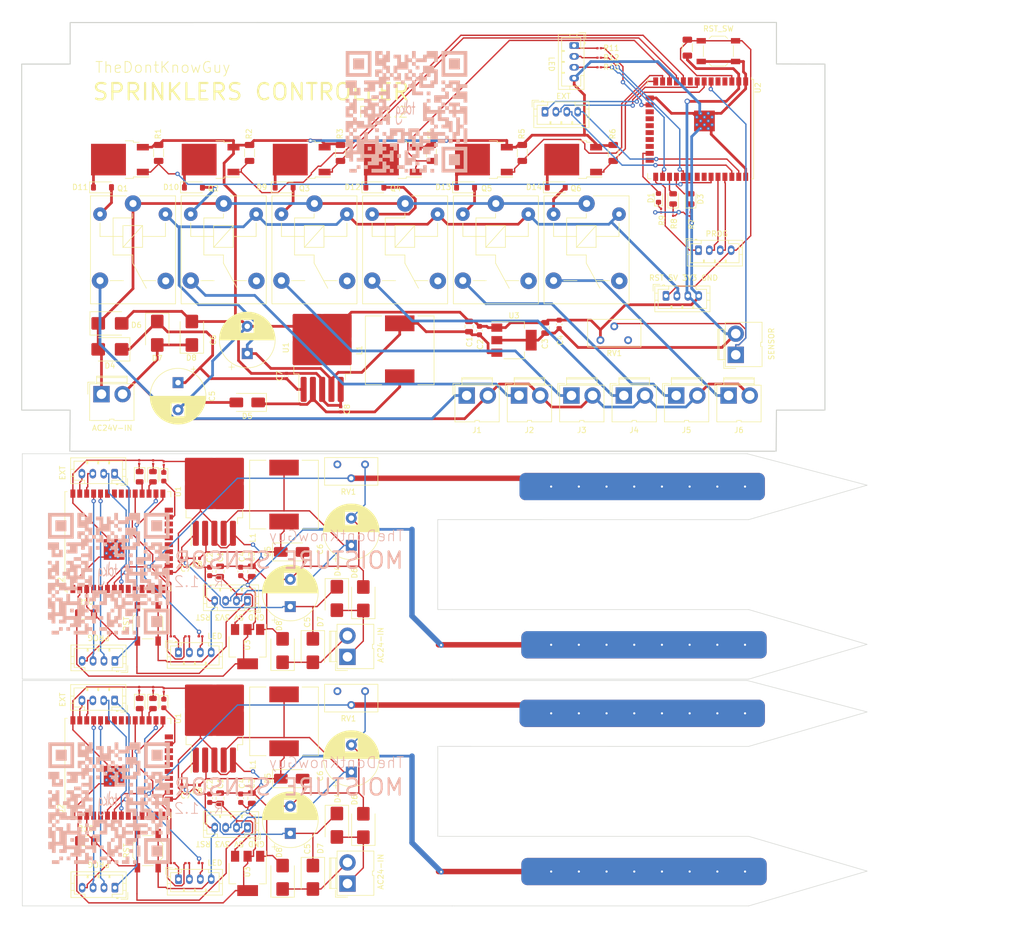
<source format=kicad_pcb>
(kicad_pcb (version 20221018) (generator pcbnew)
  (title_block (title "SPRINKLERS CONTROLLER") (date "2023-10-18") (rev "1.2") (company "GIDEONI"))
  (layers (0 "F.Cu" signal) (31 "B.Cu" signal) (34 "B.Paste" user) (35 "F.Paste" user) (36 "B.SilkS" user "B.Silkscreen") (37 "F.SilkS" user "F.Silkscreen") (38 "B.Mask" user) (39 "F.Mask" user) (44 "Edge.Cuts" user))
  (net 0 "")
  (net 1 "Net-(D9-K)")
  (net 2 "Net-(D9-A)")
  (net 3 "Net-(D10-K)")
  (net 4 "GRD")
  (net 5 "Net-(D10-A)")
  (net 6 "3V3")
  (net 7 "Net-(D11-K)")
  (net 8 "Net-(D11-A)")
  (net 9 "Net-(D12-K)")
  (net 10 "Net-(Q1-G)")
  (net 11 "Net-(D12-A)")
  (net 12 "Net-(Q2-G)")
  (net 13 "Net-(Q3-G)")
  (net 14 "Net-(Q4-G)")
  (net 15 "Net-(Q5-G)")
  (net 16 "Net-(Q6-G)")
  (net 19 "Net-(D13-K)")
  (net 20 "Net-(D3-A)")
  (net 21 "Net-(D2-A)")
  (net 22 "Net-(U2-IO13)")
  (net 34 "Net-(D1-A)")
  (net 35 "Net-(D13-A)")
  (net 36 "Net-(D1-K)")
  (net 37 "Net-(D2-K)")
  (net 38 "Net-(D3-K)")
  (net 39 "Net-(D14-K)")
  (net 40 "Net-(D5-K)")
  (net 41 "Net-(J1-Pin_1)")
  (net 42 "Net-(J2-Pin_1)")
  (net 43 "Net-(J3-Pin_1)")
  (net 44 "Net-(J4-Pin_1)")
  (net 45 "Net-(J5-Pin_1)")
  (net 46 "Net-(AC24-IN1-Pin_1)")
  (net 47 "Net-(D4-K)")
  (net 49 "Net-(D14-A)")
  (net 50 "Net-(U2-IO5)")
  (net 51 "Net-(U2-IO4)")
  (net 52 "Net-(AC24-IN1-Pin_2)")
  (net 54 "Net-(SENSOR1-Pin_1)")
  (net 58 "5V")
  (net 59 "Net-(J6-Pin_1)")
  (net 62 "Net-(EXT1-Pin_1)")
  (net 63 "Net-(EXT1-Pin_2)")
  (net 64 "Net-(EXT1-Pin_3)")
  (net 65 "Net-(EXT1-Pin_4)")
  (net 66 "Net-(LED1-Pin_1)")
  (net 67 "Net-(LED1-Pin_2)")
  (net 68 "Net-(LED1-Pin_3)")
  (net 69 "Net-(POWER1-Pin_1)")
  (net 70 "Net-(PROG1-Pin_1)")
  (net 71 "Net-(PROG1-Pin_2)")
  (net 72 "Net-(PROG1-Pin_3)")
  (net 79 "Net-(POWER1-Pin_2)")
  (footprint "LED_SMD:LED_0603_1608Metric" (layer "F.Cu") (at 132.573362 51.352079 90)
    (fp_text reference "D1")
    (fp_text value "LED")
  )
  (footprint "Capacitor_SMD:C_0603_1608Metric" (layer "F.Cu") (at 55.953616 119.915058 90)
    (fp_text reference "C4")
    (fp_text value "100nF")
  )
  (footprint "Diode_SMD:D_SOD-123" (layer "F.Cu") (at 80.551 49.4315)
    (fp_text reference "D12")
    (fp_text value "75V 400mW Single 1V@50mA 4ns 150mA SOD-123 Switching Diode ROHS" hide)
  )
  (footprint "LED_SMD:LED_0805_2012Metric" (layer "F.Cu") (at 135.251485 51.545275 90)
    (fp_text reference "D2" hide)
    (fp_text value "LED")
  )
  (footprint "Resistor_SMD:R_0201_0603Metric" (layer "F.Cu") (at 43.455163 173.430474 180)
    (fp_text reference "R11" hide)
    (fp_text value "130")
  )
  (footprint "Connector_JST:JST_PH_B4B-PH-K_1x04_P2.00mm_Vertical" (layer "F.Cu") (at 32.875363 177.937074 180)
    (fp_text reference "PROG1" hide)
    (fp_text value "Conn_01x04_Pin")
  )
  (footprint "Diode_SMD:D_SMB" (layer "F.Cu") (at 69.180616 134.427058 -90)
    (fp_text reference "D7")
    (fp_text value "900mV@2A 30ns 2A 50V DO-214AA Diodes " hide)
  )
  (footprint "Capacitor_SMD:C_0402_1005Metric" (layer "F.Cu") (at 47.929263 159.110574)
    (fp_text reference "C8")
    (fp_text value "25V 1uF X5R ±10% 0402 Multilayer Ceramic Capacitors MLCC - SMD/SMT ROHS")
  )
  (footprint "Resistor_SMD:R_0201_0603Metric" (layer "F.Cu") (at 121.694 23.8914)
    (fp_text reference "R11")
    (fp_text value "130" hide)
  )
  (footprint "Connector_JST:JST_PH_B4B-PH-K_1x04_P2.00mm_Vertical" (layer "F.Cu") (at 44.542863 176.387874)
    (fp_text reference "LED1" hide)
    (fp_text value "Conn_01x04_Pin")
  )
  (footprint "Relay_THT:Relay_SPDT_SANYOU_SRD_Series_Form_C" (layer "F.Cu") (at 86.106 52.394 -90)
    (fp_text reference "K4" hide)
    (fp_text value "SANYOU_SRD_Form_C")
  )
  (footprint "Capacitor_SMD:C_0805_2012Metric" (layer "F.Cu") (at 52.162016 119.915058 90)
    (fp_text reference "C1")
    (fp_text value "10uF")
  )
  (footprint "Resistor_SMD:R_0201_0603Metric" (layer "F.Cu") (at 48.582363 173.430474 180)
    (fp_text reference "R13" hide)
    (fp_text value "130")
  )
  (footprint "Resistor_SMD:R_0201_0603Metric" (layer "F.Cu") (at 37.329498 141.444084 -90)
    (fp_text reference "R7" hide)
    (fp_text value "130")
  )
  (footprint "Relay_THT:Relay_SPDT_SANYOU_SRD_Series_Form_C" (layer "F.Cu") (at 52.832 52.394 -90)
    (fp_text reference "K2" hide)
    (fp_text value "SANYOU_SRD_Form_C")
  )
  (footprint "Capacitor_SMD:C_0603_1608Metric" (layer "F.Cu") (at 114.35 74.5661 90)
    (fp_text reference "C4")
    (fp_text value "100nF")
  )
  (footprint "Connector:JWT_A3963_1x02_P3.96mm_Vertical" (layer "F.Cu") (at 30.41 87.384)
    (fp_text reference "AC24-IN1" hide)
    (fp_text value "Conn_01x02" hide)
  )
  (footprint "Capacitor_SMD:C_0805_2012Metric" (layer "F.Cu") (at 111.81 75.2214 90)
    (fp_text reference "C3")
    (fp_text value "10uF")
  )
  (footprint "Potentiometer_THT:Potentiometer_Bourns_3296Y_Vertical" (layer "F.Cu") (at 121.92 77.47 180)
    (fp_text reference "RV1")
    (fp_text value "R_Potentiometer_Small")
  )
  (footprint "Button_Switch_SMD:SW_SPST_TL3342" (layer "F.Cu") (at 38.908495 171.142272 90)
    (fp_text reference "RST_SW1" hide)
    (fp_text value "SW_SPST")
  )
  (footprint "Capacitor_SMD:C_0805_2012Metric" (layer "F.Cu") (at 52.167563 161.525374 90)
    (fp_text reference "C1")
    (fp_text value "10uF")
  )
  (footprint "Connector:JWT_A3963_1x02_P3.96mm_Vertical" (layer "F.Cu") (at 75.529617 135.581976 90)
    (fp_text reference "AC24-IN1" hide)
    (fp_text value "Conn_01x02" hide)
  )
  (footprint "" (layer "F.Cu") (at 129.918074 174.981375 90)
    (fp_text reference "")
    (fp_text value "")
  )
  (footprint "Resistor_SMD:R_1206_3216Metric" (layer "F.Cu") (at 74.2425 43.1131 90)
    (fp_text reference "R3")
    (fp_text value "10K")
  )
  (footprint "Connector_JST:JST_PH_B4B-PH-K_1x04_P2.00mm_Vertical" (layer "F.Cu") (at 117.11 23.4 -90)
    (fp_text reference "LED1" hide)
    (fp_text value "Conn_01x04_Pin")
  )
  (footprint "Inductor_SMD:L_12x12mm_H8mm" (layer "F.Cu") (at 63.894516 105.805658 90)
    (fp_text reference "L1")
    (fp_text value "L")
  )
  (footprint "Diode_SMD:D_SMA" (layer "F.Cu") (at 65.299763 157.939674)
    (fp_text reference "D5")
    (fp_text value "B140-E3")
  )
  (footprint "LED_SMD:LED_0805_2012Metric" (layer "F.Cu") (at 138.469856 51.541999 90)
    (fp_text reference "D3")
    (fp_text value "LED")
  )
  (footprint "Resistor_SMD:R_1206_3216Metric" (layer "F.Cu") (at 27.584016 127.743958)
    (fp_text reference "R10")
    (fp_text value "10K")
  )
  (footprint "Package_TO_SOT_SMD:SOT-223-3_TabPin2" (layer "F.Cu") (at 106.07 77.47)
    (fp_text reference "U3")
    (fp_text value "AP1117-33")
  )
  (footprint "Connector_JST:JST_PH_B4B-PH-K_1x04_P2.00mm_Vertical" (layer "F.Cu") (at 32.819116 101.973458 180)
    (fp_text reference "EXT1" hide)
    (fp_text value "Conn_01x04_Pin")
  )
  (footprint "Connector:JWT_A3963_1x02_P3.96mm_Vertical" (layer "F.Cu") (at 126.213 87.63)
    (fp_text reference "J4")
    (fp_text value "Conn_01x02")
  )
  (footprint "Diode_SMD:D_SOD-123" (layer "F.Cu") (at 63.914 49.4315)
    (fp_text reference "D9")
    (fp_text value "75V 400mW Single 1V@50mA 4ns 150mA SOD-123 Switching Diode ROHS" hide)
  )
  (footprint "" (layer "F.Cu") (at 129.918074 174.981375 90)
    (fp_text reference "")
    (fp_text value "")
  )
  (footprint "Resistor_SMD:R_0201_0603Metric" (layer "F.Cu") (at 46.133116 131.820158 180)
    (fp_text reference "R12" hide)
    (fp_text value "130")
  )
  (footprint "Relay_THT:Relay_SPDT_SANYOU_SRD_Series_Form_C" (layer "F.Cu") (at 102.743 52.394 -90)
    (fp_text reference "K5" hide)
    (fp_text value "SANYOU_SRD_Form_C")
  )
  (footprint "Connector_JST:JST_PH_B4B-PH-K_1x04_P2.00mm_Vertical" (layer "F.Cu") (at 57.177216 125.298158 180)
    (fp_text reference "POWER1" hide)
    (fp_text value "Conn_01x04_Pin")
  )
  (footprint "Capacitor_THT:CP_Radial_D10.0mm_P5.00mm" (layer "F.Cu") (at 44.45 85.2623 -90)
    (fp_text reference "C5")
    (fp_text value "C_Polarized" hide)
  )
  (footprint "Resistor_SMD:R_1206_3216Metric" (layer "F.Cu") (at 137.8656 23.7942 90)
    (fp_text reference "R10" hide)
    (fp_text value "10K")
  )
  (footprint "Diode_SMD:D_SOD-123" (layer "F.Cu") (at 113.825 49.4315)
    (fp_text reference "D14")
    (fp_text value "75V 400mW Single 1V@50mA 4ns 150mA SOD-123 Switching Diode ROHS" hide)
  )
  (footprint "" (layer "F.Cu") (at 129.582471 145.949476 90)
    (fp_text reference "")
    (fp_text value "")
  )
  (footprint "Diode_SMD:D_SMB" (layer "F.Cu") (at 31.9666 74.3894)
    (fp_text reference "D6")
    (fp_text value "900mV@2A 30ns 2A 50V DO-214AA Diodes " hide)
  )
  (footprint "LED_SMD:LED_0805_2012Metric" (layer "F.Cu") (at 37.408707 102.535732 -90)
    (fp_text reference "D3" hide)
    (fp_text value "LED")
  )
  (footprint "Capacitor_THT:CP_Radial_D10.0mm_P5.00mm" (layer "F.Cu") (at 57.15 79.93 90)
    (fp_text reference "C6")
    (fp_text value "C_Polarized" hide)
  )
  (footprint "LED_SMD:LED_0805_2012Metric" (layer "F.Cu") (at 39.858675 144.146048 -90)
    (fp_text reference "D2" hide)
    (fp_text value "LED")
  )
  (footprint "Diode_SMD:D_SMB" (layer "F.Cu") (at 63.630616 134.427058 90)
    (fp_text reference "D8")
    (fp_text value "900mV@2A 30ns 2A 50V DO-214AA Diodes " hide)
  )
  (footprint "Diode_SMD:D_SMB" (layer "F.Cu") (at 63.636163 176.037374 90)
    (fp_text reference "D8")
    (fp_text value "900mV@2A 30ns 2A 50V DO-214AA Diodes " hide)
  )
  (footprint "Relay_THT:Relay_SPDT_SANYOU_SRD_Series_Form_C" (layer "F.Cu") (at 36.195 52.394 -90)
    (fp_text reference "K1" hide)
    (fp_text value "SANYOU_SRD_Form_C")
  )
  (footprint "Inductor_SMD:L_12x12mm_H8mm" (layer "F.Cu") (at 63.900063 147.415974 90)
    (fp_text reference "L1")
    (fp_text value "L")
  )
  (footprint "Diode_SMD:D_SMB" (layer "F.Cu") (at 78.432016 124.918658 90)
    (fp_text reference "D6")
    (fp_text value "900mV@2A 30ns 2A 50V DO-214AA Diodes " hide)
  )
  (footprint "Package_TO_SOT_SMD:TO-263-5_TabPin3" (layer "F.Cu") (at 70.885 78.855 90)
    (fp_text reference "U1")
    (fp_text value "LM2596S-5" hide)
  )
  (footprint "smd to:TO-252-2" (layer "F.Cu") (at 33.795 44.3367 180)
    (fp_text reference "Q1")
    (fp_text value "Q_NMOS_GDS")
  )
  (footprint "Capacitor_THT:CP_Radial_D10.0mm_P5.00mm" (layer "F.Cu") (at 76.235616 115.135858 90)
    (fp_text reference "C6")
    (fp_text value "C_Polarized" hide)
  )
  (footprint "LED_SMD:LED_0805_2012Metric" (layer "F.Cu") (at 39.853128 102.535732 -90)
    (fp_text reference "D2" hide)
    (fp_text value "LED")
  )
  (footprint "Inductor_SMD:L_12x12mm_H8mm" (layer "F.Cu") (at 85.1133 79.3324 90)
    (fp_text reference "L1")
    (fp_text value "L" hide)
  )
  (footprint "Capacitor_SMD:C_0603_1608Metric" (layer "F.Cu") (at 55.959163 161.525374 90)
    (fp_text reference "C4")
    (fp_text value "100nF")
  )
  (footprint "Package_TO_SOT_SMD:SOT-223-3_TabPin2" (layer "F.Cu") (at 57.217363 175.322474 -90)
    (fp_text reference "U3")
    (fp_text value "AP1117-33" hide)
  )
  (footprint "smd to:TO-252-2" (layer "F.Cu") (at 50.4259 44.3367 180)
    (fp_text reference "Q2")
    (fp_text value "Q_NMOS_GDS")
  )
  (footprint "Resistor_SMD:R_0201_0603Metric" (layer "F.Cu") (at 48.576816 131.820158 180)
    (fp_text reference "R13" hide)
    (fp_text value "130")
  )
  (footprint "Resistor_SMD:R_0201_0603Metric" (layer "F.Cu") (at 133.041104 53.683061 90)
    (fp_text reference "R9")
    (fp_text value "130" hide)
  )
  (footprint "Connector:JWT_A3963_1x02_P3.96mm_Vertical" (layer "F.Cu") (at 135.82 87.63)
    (fp_text reference "J5")
    (fp_text value "Conn_01x02")
  )
  (footprint "Capacitor_SMD:C_0402_1005Metric" (layer "F.Cu") (at 47.923716 117.500258)
    (fp_text reference "C8")
    (fp_text value "25V 1uF X5R ±10% 0402 Multilayer Ceramic Capacitors MLCC - SMD/SMT ROHS")
  )
  (footprint "Package_TO_SOT_SMD:TO-263-5_TabPin3" (layer "F.Cu") (at 51.123063 146.870774 90)
    (fp_text reference "U1")
    (fp_text value "LM2596S-5")
  )
  (footprint "Potentiometer_THT:Potentiometer_Bourns_3296Y_Vertical" (layer "F.Cu") (at 78.761563 141.882374)
    (fp_text reference "RV1")
    (fp_text value "R_Potentiometer_Small" hide)
  )
  (footprint "Diode_SMD:D_SMA" (layer "F.Cu") (at 57.15 88.9 180)
    (fp_text reference "D5")
    (fp_text value "B140-E3" hide)
  )
  (footprint "Connector:JWT_A3963_1x02_P3.96mm_Vertical" (layer "F.Cu") (at 146.7418 80.1611 90)
    (fp_text reference "SENSOR1" hide)
    (fp_text value "Conn_01x02")
  )
  (footprint "LED_SMD:LED_0603_1608Metric" (layer "F.Cu") (at 41.843128 102.535732 -90)
    (fp_text reference "D1" hide)
    (fp_text value "LED")
  )
  (footprint "smd to:TO-252-2" (layer "F.Cu") (at 100.5532 44.3367 180)
    (fp_text reference "Q5")
    (fp_text value "Q_NMOS_GDS" hide)
  )
  (footprint "" (layer "F.Cu") (at 129.576924 104.33916 90)
    (fp_text reference "")
    (fp_text value "")
  )
  (footprint "Resistor_SMD:R_0201_0603Metric" (layer "F.Cu") (at 39.892301 141.464787 -90)
    (fp_text reference "R8" hide)
    (fp_text value "130")
  )
  (footprint "smd to:TO-252-2" (layer "F.Cu") (at 83.8441 44.3367 180)
    (fp_text reference "Q4")
    (fp_text value "Q_NMOS_GDS" hide)
  )
  (footprint "Resistor_SMD:R_0201_0603Metric" (layer "F.Cu") (at 39.886754 99.854471 -90)
    (fp_text reference "R8" hide)
    (fp_text value "130")
  )
  (footprint "Capacitor_SMD:C_0805_2012Metric" (layer "F.Cu") (at 57.984916 119.915058 90)
    (fp_text reference "C3")
    (fp_text value "10uF")
  )
  (footprint "Resistor_SMD:R_1206_3216Metric" (layer "F.Cu") (at 107.5906 43.1131 90)
    (fp_text reference "R5")
    (fp_text value "10K")
  )
  (footprint "Diode_SMD:D_SMB" (layer "F.Cu") (at 73.588663 166.483474 -90)
    (fp_text reference "D4")
    (fp_text value "900mV@2A 30ns 2A 50V DO-214AA Diodes " hide)
  )
  (footprint "Diode_SMD:D_SOD-123" (layer "F.Cu") (at 97.188 49.4315)
    (fp_text reference "D13")
    (fp_text value "75V 400mW Single 1V@50mA 4ns 150mA SOD-123 Switching Diode ROHS" hide)
  )
  (footprint "Diode_SMD:D_SOD-123" (layer "F.Cu") (at 47.277 49.4315)
    (fp_text reference "D10")
    (fp_text value "75V 400mW Single 1V@50mA 4ns 150mA SOD-123 Switching Diode ROHS" hide)
  )
  (footprint "Capacitor_THT:CP_Radial_D10.0mm_P5.00mm" (layer "F.Cu") (at 76.241163 156.746174 90)
    (fp_text reference "C6")
    (fp_text value "C_Polarized" hide)
  )
  (footprint "Connector:JWT_A3963_1x02_P3.96mm_Vertical" (layer "F.Cu") (at 75.535164 177.192292 90)
    (fp_text reference "AC24-IN1" hide)
    (fp_text value "Conn_01x02" hide)
  )
  (footprint "" (layer "F.Cu") (at 129.582471 145.949476 90)
    (fp_text reference "")
    (fp_text value "")
  )
  (footprint "" (layer "F.Cu") (at 129.912527 133.371059 90)
    (fp_text reference "")
    (fp_text value "")
  )
  (footprint "RF_Module:ESP32-WROOM-32U" (layer "F.Cu") (at 33.417316 114.375158 90)
    (fp_text reference "U2")
    (fp_text value "ESP32-WROOM-32U")
  )
  (footprint "Resistor_SMD:R_1206_3216Metric" (layer "F.Cu") (at 27.589563 169.354274)
    (fp_text reference "R10")
    (fp_text value "10K")
  )
  (footprint "smd to:TO-252-2" (layer "F.Cu") (at 116.9311 44.3367 180)
    (fp_text reference "Q6")
    (fp_text value "Q_NMOS_GDS")
  )
  (footprint "Connector_JST:JST_PH_B4B-PH-K_1x04_P2.00mm_Vertical" (layer "F.Cu") (at 133.954429 69.342985)
    (fp_text reference "POWER1" hide)
    (fp_text value "Conn_01x04_Pin")
  )
  (footprint "Diode_SMD:D_SMB" (layer "F.Cu") (at 73.583116 124.873158 -90)
    (fp_text reference "D4")
    (fp_text value "900mV@2A 30ns 2A 50V DO-214AA Diodes " hide)
  )
  (footprint "Diode_SMD:D_SOD-123" (layer "F.Cu") (at 30.595 49.4315)
    (fp_text reference "D11")
    (fp_text value "75V 400mW Single 1V@50mA 4ns 150mA SOD-123 Switching Diode ROHS" hide)
  )
  (footprint "Diode_SMD:D_SMB" (layer "F.Cu") (at 46.99 76.2 90)
    (fp_text reference "D8")
    (fp_text value "900mV@2A 30ns 2A 50V DO-214AA Diodes " hide)
  )
  (footprint "Capacitor_SMD:C_0805_2012Metric" (layer "F.Cu") (at 97.8269 74.9682 90)
    (fp_text reference "C1")
    (fp_text value "10uF" hide)
  )
  (footprint "Capacitor_SMD:C_0402_1005Metric" (layer "F.Cu") (at 74.2879 90.1616 -90)
    (fp_text reference "C8")
    (fp_text value "25V 1uF X5R ±10% 0402 Multilayer Ceramic Capacitors MLCC - SMD/SMT ROHS")
  )
  (footprint "RF_Module:ESP32-WROOM-32U" (layer "F.Cu") (at 140.31 38.744 -90)
    (fp_text reference "U2")
    (fp_text value "ESP32-WROOM-32U")
  )
  (footprint "Connector:JWT_A3963_1x02_P3.96mm_Vertical" (layer "F.Cu") (at 106.999 87.63)
    (fp_text reference "J2")
    (fp_text value "Conn_01x02")
  )
  (footprint "Resistor_SMD:R_0201_0603Metric" (layer "F.Cu") (at 41.842415 141.661489 -90)
    (fp_text reference "R9" hide)
    (fp_text value "130")
  )
  (footprint "Capacitor_SMD:C_0402_1005Metric" (layer "F.Cu") (at 45.616463 159.074474 180)
    (fp_text reference "C7")
    (fp_text value "25V 1uF X5R ±10% 0402 Multilayer Ceramic Capacitors MLCC - SMD/SMT ROHS")
  )
  (footprint "Connector_JST:JST_PH_B4B-PH-K_1x04_P2.00mm_Vertical" (layer "F.Cu") (at 57.182763 166.908474 180)
    (fp_text reference "POWER1" hide)
    (fp_text value "Conn_01x04_Pin")
  )
  (footprint "" (layer "F.Cu") (at 129.912527 133.371059 90)
    (fp_text reference "")
    (fp_text value "")
  )
  (footprint "Connector_JST:JST_PH_B4B-PH-K_1x04_P2.00mm_Vertical" (layer "F.Cu") (at 32.869816 136.326758 180)
    (fp_text reference "PROG1" hide)
    (fp_text value "Conn_01x04_Pin")
  )
  (footprint "Connector_JST:JST_PH_B4B-PH-K_1x04_P2.00mm_Vertical" (layer "F.Cu") (at 32.824663 143.583774 180)
    (fp_text reference "EXT1" hide)
    (fp_text value "Conn_01x04_Pin")
  )
  (footprint "Connector_JST:JST_PH_B4B-PH-K_1x04_P2.00mm_Vertical" (layer "F.Cu") (at 111.76 35.56)
    (fp_text reference "EXT1" hide)
    (fp_text value "Conn_01x04_Pin")
  )
  (footprint "Resistor_SMD:R_0201_0603Metric" (layer "F.Cu") (at 43.449616 131.820158 180)
    (fp_text reference "R11" hide)
    (fp_text value "130")
  )
  (footprint "Package_TO_SOT_SMD:TO-263-5_TabPin3" (layer "F.Cu") (at 51.117516 105.260458 90)
    (fp_text reference "U1")
    (fp_text value "LM2596S-5")
  )
  (footprint "Connector_JST:JST_PH_B4B-PH-K_1x04_P2.00mm_Vertical" (layer "F.Cu") (at 139.90013 60.959999)
    (fp_text reference "PROG1" hide)
    (fp_text value "Conn_01x04_Pin")
  )
  (footprint "Resistor_SMD:R_1206_3216Metric" (layer "F.Cu") (at 57.5684 43.1131 90)
    (fp_text reference "R2")
    (fp_text value "10K")
  )
  (footprint "Resistor_SMD:R_0201_0603Metric" (layer "F.Cu") (at 138.454543 54.355294 90)
    (fp_text reference "R7")
    (fp_text value "130" hide)
  )
  (footprint "Capacitor_SMD:C_0603_1608Metric" (layer "F.Cu") (at 99.7353 75.7053 90)
    (fp_text reference "C2")
    (fp_text value "100nF" hide)
  )
  (footprint "Resistor_SMD:R_1206_3216Metric" (layer "F.Cu") (at 90.9166 43.1131 90)
    (fp_text reference "R4")
    (fp_text value "10K")
  )
  (footprint "Diode_SMD:D_SMB" (layer "F.Cu") (at 78.437563 166.528974 90)
    (fp_text reference "D6")
    (fp_text value "900mV@2A 30ns 2A 50V DO-214AA Diodes " hide)
  )
  (footprint "Capacitor_SMD:C_0402_1005Metric" (layer "F.Cu") (at 64.3536 84.0506 -90)
    (fp_text reference "C7")
    (fp_text value "25V 1uF X5R ±10% 0402 Multilayer Ceramic Capacitors MLCC - SMD/SMT ROHS")
  )
  (footprint "Relay_THT:Relay_SPDT_SANYOU_SRD_Series_Form_C" (layer "F.Cu") (at 69.469 52.394 -90)
    (fp_text reference "K3" hide)
    (fp_text value "SANYOU_SRD_Form_C")
  )
  (footprint "Resistor_SMD:R_0201_0603Metric" (layer "F.Cu") (at 135.249527 54.30376 90)
    (fp_text reference "R8")
    (fp_text value "130" hide)
  )
  (footprint "Connector:JWT_A3963_1x02_P3.96mm_Vertical" (layer "F.Cu") (at 116.606 87.63)
    (fp_text reference "J3")
    (fp_text value "Conn_01x02")
  )
  (footprint "Capacitor_SMD:C_0603_1608Metric" (layer "F.Cu") (at 50.258016 119.915058 90)
    (fp_text reference "C2")
    (fp_text value "100nF")
  )
  (footprint "Connector_JST:JST_PH_B4B-PH-K_1x04_P2.00mm_Vertical" (layer "F.Cu") (at 44.537316 134.777558)
    (fp_text reference "LED1" hide)
    (fp_text value "Conn_01x04_Pin")
  )
  (footprint "Resistor_SMD:R_1206_3216Metric" (layer "F.Cu") (at 124.2647 43.1131 90)
    (fp_text reference "R6")
    (fp_text value "10K")
  )
  (footprint "Resistor_SMD:R_0201_0603Metric" (layer "F.Cu") (at 121.694 27.3914)
    (fp_text reference "R13")
    (fp_text value "130" hide)
  )
  (footprint "Capacitor_SMD:C_0603_1608Metric" (layer "F.Cu") (at 50.263563 161.525374 90)
    (fp_text reference "C2")
    (fp_text value "100nF")
  )
  (footprint "Resistor_SMD:R_0201_0603Metric" (layer "F.Cu") (at 46.138663 173.430474 180)
    (fp_text reference "R12" hide)
    (fp_text value "130")
  )
  (footprint "Resistor_SMD:R_1206_3216Metric" (layer "F.Cu") (at 40.8944 43.1131 90)
    (fp_text reference "R1")
    (fp_text value "10K")
  )
  (footprint "Resistor_SMD:R_0201_0603Metric" (layer "F.Cu") (at 37.323951 99.833768 -90)
    (fp_text reference "R7" hide)
    (fp_text value "130")
  )
  (footprint "Diode_SMD:D_SMB" (layer "F.Cu") (at 31.9606 79.1525 180)
    (fp_text reference "D4")
    (fp_text value "900mV@2A 30ns 2A 50V DO-214AA Diodes " hide)
  )
  (footprint "Diode_SMD:D_SMB" (layer "F.Cu") (at 40.64 76.2 -90)
    (fp_text reference "D7")
    (fp_text value "900mV@2A 30ns 2A 50V DO-214AA Diodes " hide)
  )
  (footprint "LED_SMD:LED_0805_2012Metric" (layer "F.Cu") (at 37.414254 144.146048 -90)
    (fp_text reference "D3" hide)
    (fp_text value "LED")
  )
  (footprint "LED_SMD:LED_0603_1608Metric" (layer "F.Cu") (at 41.848675 144.146048 -90)
    (fp_text reference "D1" hide)
    (fp_text value "LED")
  )
  (footprint "Resistor_SMD:R_0201_0603Metric" (layer "F.Cu") (at 41.836868 100.051173 -90)
    (fp_text reference "R9" hide)
    (fp_text value "130")
  )
  (footprint "Capacitor_SMD:C_0402_1005Metric" (layer "F.Cu") (at 45.610916 117.464158 180)
    (fp_text reference "C7")
    (fp_text value "25V 1uF X5R ±10% 0402 Multilayer Ceramic Capacitors MLCC - SMD/SMT ROHS")
  )
  (footprint "smd to:TO-252-2" (layer "F.Cu") (at 67.135 44.3367 180)
    (fp_text reference "Q3")
    (fp_text value "Q_NMOS_GDS")
  )
  (footprint "Connector:JWT_A3963_1x02_P3.96mm_Vertical" (layer "F.Cu") (at 145.427 87.63)
    (fp_text reference "J6")
    (fp_text value "Conn_01x02")
  )
  (footprint "Connector:JWT_A3963_1x02_P3.96mm_Vertical" (layer "F.Cu") (at 97.392 87.63)
    (fp_text reference "J1")
    (fp_text value "Conn_01x02")
  )
  (footprint "Resistor_SMD:R_0201_0603Metric" (layer "F.Cu") (at 121.694 25.6414)
    (fp_text reference "R12")
    (fp_text value "130" hide)
  )
  (footprint "Diode_SMD:D_SMB" (layer "F.Cu") (at 69.186163 176.037374 -90)
    (fp_text reference "D7")
    (fp_text value "900mV@2A 30ns 2A 50V DO-214AA Diodes " hide)
  )
  (footprint "Capacitor_SMD:C_0805_2012Metric" (layer "F.Cu") (at 57.990463 161.525374 90)
    (fp_text reference "C3")
    (fp_text value "10uF")
  )
  (footprint "Diode_SMD:D_SMA" (layer "F.Cu") (at 65.294216 116.329358)
    (fp_text reference "D5")
    (fp_text value "B140-E3")
  )
  (footprint "Package_TO_SOT_SMD:SOT-223-3_TabPin2" (layer "F.Cu") (at 57.211816 133.712158 -90)
    (fp_text reference "U3")
    (fp_text value "AP1117-33" hide)
  )
  (footprint "Potentiometer_THT:Potentiometer_Bourns_3296Y_Vertical" (layer "F.Cu") (at 78.756016 100.272058)
    (fp_text reference "RV1")
    (fp_text value "R_Potentiometer_Small" hide)
  )
  (footprint "RF_Module:ESP32-WROOM-32U" (layer "F.Cu") (at 33.422863 155.985474 90)
    (fp_text reference "U2")
    (fp_text value "ESP32-WROOM-32U")
  )
  (footprint "Capacitor_THT:CP_Radial_D10.0mm_P5.00mm" (layer "F.Cu") (at 65.036316 126.363258 90)
    (fp_text reference "C5")
    (fp_text value "C_Polarized" hide)
  )
  (footprint "Button_Switch_SMD:SW_SPST_TL3342" (layer "F.Cu") (at 143.5556 24.4342)
    (fp_text reference "RST_SW1" hide)
    (fp_text value "SW_SPST" hide)
  )
  (footprint "Relay_THT:Relay_SPDT_SANYOU_SRD_Series_Form_C" (layer "F.Cu") (at 119.38 52.394 -90)
    (fp_text reference "K6" hide)
    (fp_text value "SANYOU_SRD_Form_C")
  )
  (footprint "Capacitor_THT:CP_Radial_D10.0mm_P5.00mm" (layer "F.Cu") (at 65.041863 167.973574 90)
    (fp_text reference "C5")
    (fp_text value "C_Polarized" hide)
  )
  (footprint "" (layer "F.Cu") (at 129.576924 104.33916 90)
    (fp_text reference "")
    (fp_text value "")
  )
  (footprint "Button_Switch_SMD:SW_SPST_TL3342" (layer "F.Cu") (at 38.902948 129.531956 90)
    (fp_text reference "RST_SW1" hide)
    (fp_text value "SW_SPST")
  )
  (footprint "my lib:sprinklers qr code" (layer "B.Cu") (at 86.36 35.56 180)
    (fp_text reference "")
    (fp_text value "LOGO" hide)
  )
  (footprint "my lib:sprinklers qr code" (layer "B.Cu") (at 31.752416 120.321565 180)
    (fp_text reference "")
    (fp_text value "LOGO" hide)
  )
  (footprint "my lib:sprinklers qr code" (layer "B.Cu") (at 31.813268 162.424249 180)
    (fp_text reference "")
    (fp_text value "LOGO" hide)
  )
  (gr_line (start 148.82951 98.309802) (end 170.824389 104.082094) (stroke (width 0.1)) (layer "Edge.Cuts"))
  (gr_line (start 15.884389 139.677033) (end 15.884389 98.309802) (stroke (width 0.1)) (layer "Edge.Cuts"))
  (gr_line (start 92.084389 126.907154) (end 149.10036 126.907154) (stroke (width 0.1)) (layer "Edge.Cuts"))
  (gr_line (start 149.105907 168.51747) (end 170.829936 174.90241) (stroke (width 0.1)) (layer "Edge.Cuts"))
  (gr_line (start 92.089936 168.51747) (end 149.105907 168.51747) (stroke (width 0.1)) (layer "Edge.Cuts"))
  (gr_line (start 149.112741 181.287349) (end 94.738787 181.287349) (stroke (width 0.1)) (layer "Edge.Cuts"))
  (gr_line (start 94.73324 139.677033) (end 15.884389 139.677033) (stroke (width 0.1)) (layer "Edge.Cuts"))
  (gr_line (start 149.113975 152.01573) (end 92.089936 152.00747) (stroke (width 0.1)) (layer "Edge.Cuts"))
  (gr_line (start 15.884389 98.309802) (end 148.82951 98.309802) (stroke (width 0.1)) (layer "Edge.Cuts"))
  (gr_line (start 170.829936 174.90241) (end 149.112741 181.287349) (stroke (width 0.1)) (layer "Edge.Cuts"))
  (gr_line (start 15.889936 139.920118) (end 148.835057 139.920118) (stroke (width 0.1)) (layer "Edge.Cuts"))
  (gr_line (start 170.824389 104.082094) (end 149.108428 110.405414) (stroke (width 0.1)) (layer "Edge.Cuts"))
  (gr_line (start 149.107194 139.677033) (end 94.73324 139.677033) (stroke (width 0.1)) (layer "Edge.Cuts"))
  (gr_line (start 92.084389 110.397154) (end 92.084389 126.907154) (stroke (width 0.1)) (layer "Edge.Cuts"))
  (gr_line (start 170.829936 145.69241) (end 149.113975 152.01573) (stroke (width 0.1)) (layer "Edge.Cuts"))
  (gr_line (start 15.889936 181.287349) (end 15.889936 139.920118) (stroke (width 0.1)) (layer "Edge.Cuts"))
  (gr_line (start 92.089936 152.00747) (end 92.089936 168.51747) (stroke (width 0.1)) (layer "Edge.Cuts"))
  (gr_line (start 148.835057 139.920118) (end 170.829936 145.69241) (stroke (width 0.1)) (layer "Edge.Cuts"))
  (gr_line (start 94.738787 181.287349) (end 15.889936 181.287349) (stroke (width 0.1)) (layer "Edge.Cuts"))
  (gr_line (start 170.824389 133.292094) (end 149.107194 139.677033) (stroke (width 0.1)) (layer "Edge.Cuts"))
  (gr_poly (pts (xy 24.666596 19.186166) (xy 24.666596 26.806166) (xy 15.776596 26.806166) (xy 15.776596 90.306166) (xy 24.666596 90.306166) (xy 24.603893 97.847405) (xy 154.143893 97.847405) (xy 154.206596 90.306166) (xy 163.096596 90.306166) (xy 163.096596 26.806166) (xy 154.206712 26.785343) (xy 154.206712 19.165343)) (stroke (width 0.2)) (fill none) (layer "Edge.Cuts"))
  (gr_line (start 149.10036 126.907154) (end 170.824389 133.292094) (stroke (width 0.1)) (layer "Edge.Cuts"))
  (gr_line (start 149.108428 110.405414) (end 92.084389 110.397154) (stroke (width 0.1)) (layer "Edge.Cuts"))
  (gr_text "MOISTURE SENSOR" (at 86.064634 161.244365) (layer "B.SilkS") (effects (font (size 3 3) (thickness 0.4)) (justify left bottom mirror)))
  (gr_text "R. 1.2" (at 52.994869 122.946879) (layer "B.SilkS") (effects (font (size 2 2)) (justify left bottom mirror)))
  (gr_text "TheDontKnowGuy" (at 86.064634 156.164365) (layer "B.SilkS") (effects (font (size 2 2)) (justify left bottom mirror)))
  (gr_text "MOISTURE SENSOR" (at 86.059087 119.634049) (layer "B.SilkS") (effects (font (size 3 3) (thickness 0.4)) (justify left bottom mirror)))
  (gr_text "R. 1.2" (at 53.000416 164.557195) (layer "B.SilkS") (effects (font (size 2 2)) (justify left bottom mirror)))
  (gr_text "TheDontKnowGuy" (at 86.059087 114.554049) (layer "B.SilkS") (effects (font (size 2 2)) (justify left bottom mirror)))
  (gr_text "R. 1.2" (at 77.37928 36.810127) (layer "F.SilkS") (effects (font (size 2 2)) (justify left bottom)))
  (gr_text "TheDontKnowGuy" (at 29.128167 28.586291) (layer "F.SilkS") (effects (font (size 2 2)) (justify left bottom)))
  (gr_text "SPRINKLERS CONTROLLER" (at 28.576254 33.666291) (layer "F.SilkS") (effects (font (size 3 3) (thickness 0.4)) (justify left bottom)))
  (segment (start 62.264 47.1077) (end 62.264 49.4315) (width 0.5) (layer "F.Cu") (net 1))
  (segment (start 65.035 44.3367) (end 62.264 47.1077) (width 0.5) (layer "F.Cu") (net 1))
  (segment (start 65.564 52.199) (end 65.564 49.4315) (width 0.5) (layer "F.Cu") (net 2))
  (segment (start 63.419 54.344) (end 65.564 52.199) (width 0.5) (layer "F.Cu") (net 2))
  (segment (start 45.627 47.0356) (end 48.3259 44.3367) (width 0.5) (layer "F.Cu") (net 3))
  (segment (start 45.627 49.4315) (end 45.627 47.0356) (width 0.5) (layer "F.Cu") (net 3))
  (segment (start 54.517516 114.403758) (end 54.517516 112.910458) (width 0.25) (layer "F.Cu") (net 4))
  (segment (start 90.1521 41.6506) (end 89.746 42.0567) (width 0.5) (layer "F.Cu") (net 4))
  (segment (start 45.8123 88.9) (end 44.45 90.2623) (width 0.5) (layer "F.Cu") (net 4))
  (segment (start 142.24 37.244) (end 142.24 36.544) (width 0.5) (layer "F.Cu") (net 4))
  (segment (start 148.56 47.494) (end 148.56 46.0159) (width 0.5) (layer "F.Cu") (net 4))
  (segment (start 51.123063 154.520774) (end 51.123063 155.989674) (width 0.25) (layer "F.Cu") (net 4))
  (segment (start 121.1311 41.7562) (end 124.1591 41.7562) (width 0.5) (layer "F.Cu") (net 4))
  (segment (start 32.905363 157.510474) (end 32.905363 158.172974) (width 0.25) (layer "F.Cu") (net 4))
  (segment (start 52.330016 103.760458) (end 51.117516 103.760458) (width 0.25) (layer "F.Cu") (net 4))
  (segment (start 148.56 46.0159) (end 142.24 39.6959) (width 0.5) (layer "F.Cu") (net 4))
  (segment (start 59.695722 159.162583) (end 59.403254 159.162583) (width 0.25) (layer "F.Cu") (net 4))
  (segment (start 77.607816 111.508058) (end 76.235616 110.135858) (width 0.25) (layer "F.Cu") (net 4))
  (segment (start 48.640016 119.140058) (end 47.443716 117.943758) (width 0.25) (layer "F.Cu") (net 4))
  (segment (start 50.263563 160.750374) (end 49.454563 160.750374) (width 0.25) (layer "F.Cu") (net 4))
  (segment (start 50.767516 103.760458) (end 48.342516 106.185458) (width 0.25) (layer "F.Cu") (net 4))
  (segment (start 148.56 29.318) (end 148.56 29.994) (width 0.5) (layer "F.Cu") (net 4))
  (segment (start 51.117516 111.336858) (end 51.117516 112.910458) (width 0.25) (layer "F.Cu") (net 4))
  (segment (start 142.24 37.244) (end 141.565 37.244) (width 0.5) (layer "F.Cu") (net 4))
  (segment (start 41.7102 40.8348) (end 40.8944 41.6506) (width 0.5) (layer "F.Cu") (net 4))
  (segment (start 48.342516 101.335458) (end 50.767516 103.760458) (width 0.25) (layer "F.Cu") (net 4))
  (segment (start 25.172863 143.639874) (end 27.688653 141.124084) (width 0.25) (layer "F.Cu") (net 4))
  (segment (start 34.287316 115.925158) (end 34.262316 115.900158) (width 0.25) (layer "F.Cu") (net 4))
  (segment (start 32.887316 117.275158) (end 32.187316 117.275158) (width 0.25) (layer "F.Cu") (net 4))
  (segment (start 31.499816 116.562658) (end 31.487316 116.575158) (width 0.25) (layer "F.Cu") (net 4))
  (segment (start 54.6259 41.6591) (end 54.6259 41.6869) (width 0.5) (layer "F.Cu") (net 4))
  (segment (start 51.123063 152.947174) (end 51.123063 154.520774) (width 0.25) (layer "F.Cu") (net 4))
  (segment (start 146.7056 26.3342) (end 148.1575 26.3342) (width 0.5) (layer "F.Cu") (net 4))
  (segment (start 51.987016 119.140058) (end 50.258016 119.140058) (width 0.25) (layer "F.Cu") (net 4))
  (segment (start 48.645563 160.750374) (end 47.449263 159.554074) (width 0.25) (layer "F.Cu") (net 4))
  (segment (start 136.29258 54.005) (end 136.279962 53.992382) (width 0.25) (layer "F.Cu") (net 4))
  (segment (start 104.7532 42.0567) (end 106.4551 42.0567) (width 0.5) (layer "F.Cu") (net 4))
  (segment (start 107.5906 41.6506) (end 109.3826 39.8586) (width 0.5) (layer "F.Cu") (net 4))
  (segment (start 55.953616 119.140058) (end 55.778616 118.965058) (width 0.25) (layer "F.Cu") (net 4))
  (segment (start 31.492863 155.308574) (end 25.172863 148.988574) (width 0.25) (layer "F.Cu") (net 4))
  (segment (start 31.505363 157.510474) (end 31.505363 158.172974) (width 0.25) (layer "F.Cu") (net 4))
  (segment (start 47.164516 141.341489) (end 48.006875 142.183848) (width 0.25) (layer "F.Cu") (net 4))
  (segment (start 34.292863 156.785474) (end 34.292863 156.085474) (width 0.25) (layer "F.Cu") (net 4))
  (segment (start 48.831263 178.099474) (end 50.542863 176.387874) (width 0.25) (layer "F.Cu") (net 4))
  (segment (start 48.348063 147.795774) (end 48.560563 148.008274) (width 0.25) (layer "F.Cu") (net 4))
  (segment (start 102.92 75.17) (end 104.5219 75.17) (width 0.5) (layer "F.Cu") (net 4))
  (segment (start 109.3826 39.8586) (end 118.9919 39.8586) (width 0.5) (layer "F.Cu") (net 4))
  (segment (start 93.663149 40.858865) (end 93.632084 40.8278) (width 0.5) (layer "F.Cu") (net 4))
  (segment (start 54.9799 74.05) (end 46.99 74.05) (width 0.5) (layer "F.Cu") (net 4))
  (segment (start 49.449016 124.496858) (end 50.250316 125.298158) (width 0.25) (layer "F.Cu") (net 4))
  (segment (start 67.441163 158.081074) (end 67.299763 157.939674) (width 0.25) (layer "F.Cu") (net 4))
  (segment (start 48.560563 150.493474) (end 44.525263 154.528774) (width 0.25) (layer "F.Cu") (net 4))
  (segment (start 25.172863 148.988574) (end 25.172863 143.639874) (width 0.25) (layer "F.Cu") (net 4))
  (segment (start 34.292863 157.535474) (end 34.267863 157.510474) (width 0.25) (layer "F.Cu") (net 4))
  (segment (start 31.492863 157.485474) (end 31.505363 157.497974) (width 0.25) (layer "F.Cu") (net 4))
  (segment (start 49.454563 160.750374) (end 49.454563 166.107174) (width 0.25) (layer "F.Cu") (net 4))
  (segment (start 111.81 74.2714) (end 105.4205 74.2714) (width 0.5) (layer "F.Cu") (net 4))
  (segment (start 51.992563 160.750374) (end 50.263563 160.750374) (width 0.25) (layer "F.Cu") (net 4))
  (segment (start 98.8232 74.0182) (end 99.7353 74.9303) (width 0.5) (layer "F.Cu") (net 4))
  (segment (start 48.669363 150.493474) (end 51.123063 152.947174) (width 0.25) (layer "F.Cu") (net 4))
  (segment (start 140.14 35.844) (end 139.44 35.844) (width 0.5) (layer "F.Cu") (net 4))
  (segment (start 74.285 89.6787) (end 74.285 89.434) (width 0.5) (layer "F.Cu") (net 4))
  (segment (start 77.613363 160.574274) (end 77.613363 153.118374) (width 0.25) (layer "F.Cu") (net 4))
  (segment (start 34.262316 115.900158) (end 33.587316 115.900158) (width 0.25) (layer "F.Cu") (net 4))
  (segment (start 124.1591 41.7562) (end 124.2647 41.6506) (width 0.5) (layer "F.Cu") (net 4))
  (segment (start 67.435616 118.963958) (end 65.036316 121.363258) (width 0.25) (layer "F.Cu") (net 4))
  (segment (start 27.683106 99.513768) (end 37.323951 99.513768) (width 0.25) (layer "F.Cu") (net 4))
  (segment (start 45.292816 118.796558) (end 45.620916 119.124658) (width 0.25) (layer "F.Cu") (net 4))
  (segment (start 47.449263 159.554074) (end 47.449263 159.110574) (width 0.25) (layer "F.Cu") (net 4))
  (segment (start 46.127016 117.500258) (end 46.090916 117.464158) (width 0.25) (layer "F.Cu") (net 4))
  (segment (start 40.808495 174.292272) (end 40.808495 167.992272) (width 0.25) (layer "F.Cu") (net 4))
  (segment (start 47.158969 99.731173) (end 48.001328 100.573532) (width 0.25) (layer "F.Cu") (net 4))
  (segment (start 32.905363 157.497974) (end 32.892863 157.485474) (width 0.25) (layer "F.Cu") (net 4))
  (segment (start 140.84 38.644) (end 140.84 37.944) (width 0.5) (layer "F.Cu") (net 4))
  (segment (start 41.836868 99.731173) (end 47.158969 99.731173) (width 0.25) (layer "F.Cu") (net 4))
  (segment (start 148.1575 26.3342) (end 148.1575 28.2396) (width 0.5) (layer "F.Cu") (net 4))
  (segment (start 55.784163 160.575374) (end 52.167563 160.575374) (width 0.25) (layer "F.Cu") (net 4))
  (segment (start 61.791416 130.437858) (end 63.630616 132.277058) (width 0.25) (layer "F.Cu") (net 4))
  (segment (start 70.885 88.3611) (end 71.9579 89.434) (width 0.5) (layer "F.Cu") (net 4))
  (segment (start 140.14 37.219) (end 140.165 37.244) (width 0.5) (layer "F.Cu") (net 4))
  (segment (start 41.640166 99.534471) (end 41.836868 99.731173) (width 0.25) (layer "F.Cu") (net 4))
  (segment (start 97.8269 74.0182) (end 96.1392 72.3305) (width 0.5) (layer "F.Cu") (net 4))
  (segment (start 54.6259 41.6869) (end 57.5321 41.6869) (width 0.5) (layer "F.Cu") (net 4))
  (segment (start 60.718563 172.048174) (end 60.594263 172.172474) (width 0.25) (layer "F.Cu") (net 4))
  (segment (start 67.435616 116.470758) (end 67.294216 116.329358) (width 0.25) (layer "F.Cu") (net 4))
  (segment (start 42.927316 120.085158) (end 44.004216 120.085158) (width 0.25) (layer "F.Cu") (net 4))
  (segment (start 54.6259 43.2586) (end 52.9042 44.9803) (width 0.5) (layer "F.Cu") (net 4))
  (segment (start 33.592863 156.085474) (end 32.892863 156.085474) (width 0.25) (layer "F.Cu") (net 4))
  (segment (start 117.11 30.6019) (end 118.9919 32.4838) (width 0.5) (layer "F.Cu") (net 4))
  (segment (start 52.335563 145.370774) (end 51.123063 145.370774) (width 0.25) (layer "F.Cu") (net 4))
  (segment (start 56.27 74.05) (end 54.9799 74.05) (width 0.5) (layer "F.Cu") (net 4))
  (segment (start 90.9166 41.6506) (end 90.1521 41.6506) (width 0.5) (layer "F.Cu") (net 4))
  (segment (start 40.808495 174.292272) (end 40.808495 177.873474) (width 0.25) (layer "F.Cu") (net 4))
  (segment (start 42.430616 136.489158) (end 48.825716 136.489158) (width 0.25) (layer "F.Cu") (net 4))
  (segment (start 40.8944 41.6506) (end 40.103 41.6506) (width 0.5) (layer "F.Cu") (net 4))
  (segment (start 74.2879 89.6816) (end 74.285 89.6787) (width 0.5) (layer "F.Cu") (net 4))
  (segment (start 48.560563 150.493474) (end 48.669363 150.493474) (width 0.25) (layer "F.Cu") (net 4))
  (segment (start 25.172863 164.735474) (end 25.172863 163.658574) (width 0.25) (layer "F.Cu") (net 4))
  (segment (start 31.499816 115.900158) (end 32.187316 115.900158) (width 0.25) (layer "F.Cu") (net 4))
  (segment (start 69.8237 83.5706) (end 64.3536 83.5706) (width 0.5) (layer "F.Cu") (net 4))
  (segment (start 130.8 33.034) (end 132.1519 33.034) (width 0.5) (layer "F.Cu") (net 4))
  (segment (start 91.7394 40.8278) (end 90.9166 41.6506) (width 0.5) (layer "F.Cu") (net 4))
  (segment (start 39.866051 99.513768) (end 39.886754 99.534471) (width 0.25) (layer "F.Cu") (net 4))
  (segment (start 36.3149 72.1911) (end 34.1166 74.3894) (width 0.5) (layer "F.Cu") (net 4))
  (segment (start 32.887316 115.175158) (end 32.887316 114.475158) (width 0.25) (layer "F.Cu") (net 4))
  (segment (start 54.6259 41.6591) (end 54.6259 40.8548) (width 0.5) (layer "F.Cu") (net 4))
  (segment (start 46.132563 159.110574) (end 46.096463 159.074474) (width 0.25) (layer "F.Cu") (net 4))
  (segment (start 37.323951 99.513768) (end 39.866051 99.513768) (width 0.25) (layer "F.Cu") (net 4))
  (segment (start 32.899816 115.900158) (end 33.587316 115.900158) (width 0.25) (layer "F.Cu") (net 4))
  (segment (start 37.329498 141.124084) (end 39.871598 141.124084) (width 0.25) (layer "F.Cu") (net 4))
  (segment (start 67.435616 118.963958) (end 67.435616 116.470758) (width 0.25) (layer "F.Cu") (net 4))
  (segment (start 57.5321 41.6869) (end 57.5684 41.6506) (width 0.5) (layer "F.Cu") (net 4))
  (segment (start 142.24 37.944) (end 142.24 37.244) (width 0.5) (layer "F.Cu") (net 4))
  (segment (start 52.330016 103.760458) (end 52.330016 102.897958) (width 0.25) (layer "F.Cu") (net 4))
  (segment (start 32.899816 115.900158) (end 32.899816 115.887658) (width 0.25) (layer "F.Cu") (net 4))
  (segment (start 140.165 37.244) (end 140.84 37.244) (width 0.5) (layer "F.Cu") (net 4))
  (segment (start 49.454563 160.750374) (end 48.645563 160.750374) (width 0.25) (layer "F.Cu") (net 4))
  (segment (start 27.688653 141.124084) (end 37.329498 141.124084) (width 0.25) (layer "F.Cu") (net 4))
  (segment (start 44.519716 112.918458) (end 44.519716 118.023458) (width 0.25) (layer "F.Cu") (net 4))
  (segment (start 31.487316 115.175158) (end 31.487316 115.875158) (width 0.25) (layer "F.Cu") (net 4))
  (segment (start 59.403254 159.162583) (end 57.990463 160.575374) (width 0.25) (layer "F.Cu") (net 4))
  (segment (start 39.892301 141.144787) (end 41.645713 141.144787) (width 0.25) (layer "F.Cu") (net 4))
  (segment (start 93.694214 40.8278) (end 93.663149 40.858865) (width 0.5) (layer "F.Cu") (net 4))
  (segment (start 32.905363 157.510474) (end 32.905363 157.497974) (width 0.25) (layer "F.Cu") (net 4))
  (segment (start 104.7532 40.8548) (end 104.7262 40.8278) (width 0.5) (layer "F.Cu") (net 4))
  (segment (start 136.279962 53.992382) (end 135.648584 54.62376) (width 0.25) (layer "F.Cu") (net 4))
  (segment (start 119.534 39.8586) (end 121.1311 41.4557) (width 0.5) (layer "F.Cu") (net 4))
  (segment (start 34.287316 116.575158) (end 34.287316 115.925158) (width 0.25) (layer "F.Cu") (net 4))
  (segment (start 59.397707 117.552267) (end 57.984916 118.965058) (width 0.25) (layer "F.Cu") (net 4))
  (segment (start 34.292863 158.885474) (end 34.292863 158.185474) (width 0.25) (layer "F.Cu") (net 4))
  (segment (start 51.117516 114.379358) (end 52.296516 115.558358) (width 0.25) (layer "F.Cu") (net 4))
  (segment (start 32.887316 116.575158) (end 32.887316 117.275158) (width 0.25) (layer "F.Cu") (net 4))
  (segment (start 47.443716 117.943758) (end 47.443716 117.500258) (width 0.25) (layer "F.Cu") (net 4))
  (segment (start 141.54 35.844) (end 142.24 35.844) (width 0.5) (layer "F.Cu") (net 4))
  (segment (start 55.15 88.9) (end 45.8123 88.9) (width 0.5) (layer "F.Cu") (net 4))
  (segment (start 118.9919 32.4838) (end 118.9919 39.8586) (width 0.5) (layer "F.Cu") (net 4))
  (segment (start 46.262816 119.124658) (end 47.443716 117.943758) (width 0.25) (layer "F.Cu") (net 4))
  (segment (start 55.5481 81.2228) (end 55.5481 76.5319) (width 0.5) (layer "F.Cu") (net 4))
  (segment (start 32.899816 115.900158) (end 32.899816 116.562658) (width 0.25) (layer "F.Cu") (net 4))
  (segment (start 138.454543 54.675294) (end 138.454543 55.76536) (width 0.25) (layer "F.Cu") (net 4))
  (segment (start 48.825716 136.489158) (end 50.537316 134.777558) (width 0.25) (layer "F.Cu") (net 4))
  (segment (start 132.1519 33.034) (end 134.9619 35.844) (width 0.5) (layer "F.Cu") (net 4))
  (segment (start 54.523063 156.014074) (end 54.523063 154.520774) (width 0.25) (layer "F.Cu") (net 4))
  (segment (start 51.117516 112.910458) (end 51.117516 114.379358) (width 0.25) (layer "F.Cu") (net 4))
  (segment (start 32.892863 158.185474) (end 32.892863 158.885474) (width 0.25) (layer "F.Cu") (net 4))
  (segment (start 41.645713 141.144787) (end 41.842415 141.341489) (width 0.25) (layer "F.Cu") (net 4))
  (segment (start 71.235 77.355) (end 73.66 79.78) (width 0.5) (layer "F.Cu") (net 4))
  (segment (start 140.14 38.644) (end 140.84 38.644) (width 0.5) (layer "F.Cu") (net 4))
  (segment (start 74.285 89.434) (end 74.285 86.505) (width 0.5) (layer "F.Cu") (net 4))
  (segment (start 140.84 37.244) (end 140.84 36.544) (width 0.5) (layer "F.Cu") (net 4))
  (segment (start 60.713016 121.363258) (end 60.713016 130.437858) (width 0.25) (layer "F.Cu") (net 4))
  (segment (start 45.298363 160.406874) (end 45.626463 160.734974) (width 0.25) (layer "F.Cu") (net 4))
  (segment (start 51.177216 125.298158) (end 50.250316 125.298158) (width 0.25) (layer "F.Cu") (net 4))
  (segment (start 140.84 38.644) (end 141.54 38.644) (width 0.5) (layer "F.Cu") (net 4))
  (segment (start 142.24 38.644) (end 142.24 37.944) (width 0.5) (layer "F.Cu") (net 4))
  (segment (start 52.9042 44.9803) (end 52.9042 48.8567) (width 0.5) (layer "F.Cu") (net 4))
  (segment (start 148.1575 28.2396) (end 148.56 28.6421) (width 0.5) (layer "F.Cu") (net 4))
  (segment (start 60.718563 172.048174) (end 61.796963 172.048174) (width 0.25) (layer "F.Cu") (net 4))
  (segment (start 52.335563 144.508274) (end 53.898063 142.945774) (width 0.25) (layer "F.Cu") (net 4))
  (segment (start 59.690175 117.552267) (end 59.397707 117.552267) (width 0.25) (layer "F.Cu") (net 4))
  (segment (start 57.15 74.93) (end 56.27 74.05) (width 0.5) (layer "F.Cu") (net 4))
  (segment (start 138.598 70.9677) (end 140.117 69.4487) (width 0.5) (layer "F.Cu") (net 4))
  (segment (start 32.892863 157.485474) (end 32.892863 156.785474) (width 0.25) (layer "F.Cu") (net 4))
  (segment (start 139.44 36.3699) (end 139.44 36.544) (width 0.5) (layer "F.Cu") (net 4))
  (segment (start 61.796963 172.048174) (end 63.636163 173.887374) (width 0.25) (layer "F.Cu") (net 4))
  (segment (start 40.802948 132.681956) (end 40.802948 126.381956) (width 0.25) (layer "F.Cu") (net 4))
  (segment (start 25.167316 123.125158) (end 25.167316 122.048258) (width 0.25) (layer "F.Cu") (net 4))
  (segment (start 143.2919 35.844) (end 144.0619 35.844) (width 0.5) (layer "F.Cu") (net 4))
  (segment (start 55.959163 160.750374) (end 55.784163 160.575374) (width 0.25) (layer "F.Cu") (net 4))
  (segment (start 42.210163 177.873474) (end 42.436163 178.099474) (width 0.25) (layer "F.Cu") (net 4))
  (segment (start 117.11 29.4) (end 117.11 30.6019) (width 0.5) (layer "F.Cu") (net 4))
  (segment (start 54.6259 40.8548) (end 54.6059 40.8348) (width 0.5) (layer "F.Cu") (net 4))
  (segment (start 50.258016 119.140058) (end 49.449016 119.140058) (width 0.25) (layer "F.Cu") (net 4))
  (segment (start 148.56 29.994) (end 148.56 31.3459) (width 0.5) (layer "F.Cu") (net 4))
  (segment (start 68.743745 40.858865) (end 68.76781 40.8348) (width 0.5) (layer "F.Cu") (net 4))
  (segment (start 77.613363 153.118374) (end 76.241163 151.746174) (width 0.25) (layer "F.Cu") (net 4))
  (segment (start 25.167316 107.378258) (end 25.167316 102.029558) (width 0.25) (layer "F.Cu") (net 4))
  (segment (start 51.123063 155.989674) (end 52.302063 157.168674) (width 0.25) (layer "F.Cu") (net 4))
  (segment (start 31.505363 158.172974) (end 31.492863 158.185474) (width 0.25) (layer "F.Cu") (net 4))
  (segment (start 138.9141 35.844) (end 139.44 36.3699) (width 0.5) (layer "F.Cu") (net 4))
  (segment (start 48.560563 148.008274) (end 48.560563 150.493474) (width 0.25) (layer "F.Cu") (net 4))
  (segment (start 53.368463 157.168674) (end 54.523063 156.014074) (width 0.25) (layer "F.Cu") (net 4))
  (segment (start 34.267863 157.510474) (end 33.592863 157.510474) (width 0.25) (layer "F.Cu") (net 4))
  (segment (start 45.626463 160.734974) (end 46.268363 160.734974) (width 0.25) (layer "F.Cu") (net 4))
  (segment (start 105.4205 74.2714) (end 104.5219 75.17) (width 0.5) (layer "F.Cu") (net 4))
  (segment (start 131.996634 54.003061) (end 131.981805 54.01789) (width 0.25) (layer "F.Cu") (net 4))
  (segment (start 56.602721 114.995663) (end 58.19692 114.995663) (width 0.25) (layer "F.Cu") (net 4))
  (segment (start 106.4551 42.0567) (end 106.8612 41.6506) (width 0.5) (layer "F.Cu") (net 4))
  (segment (start 139.44 35.844) (end 138.9141 35.844) (width 0.5) (layer "F.Cu") (net 4))
  (segment (start 51.123063 145.370774) (end 50.773063 145.370774) (width 0.25) (layer "F.Cu") (net 4))
  (segment (start 47.449263 159.110574) (end 46.132563 159.110574) (width 0.25) (layer "F.Cu") (net 4))
  (segment (start 52.330016 104.622958) (end 52.330016 103.760458) (width 0.25) (layer "F.Cu") (net 4))
  (segment (start 56.134163 160.575374) (end 57.990463 160.575374) (width 0.25) (layer "F.Cu") (net 4))
  (segment (start 55.959163 160.750374) (end 56.134163 160.575374) (width 0.25) (layer "F.Cu") (net 4))
  (segment (start 31.487316 117.275158) (end 29.940416 117.275158) (width 0.25) (layer "F.Cu") (net 4))
  (segment (start 57.8959 83.5706) (end 55.5481 81.2228) (width 0.5) (layer "F.Cu") (net 4))
  (segment (start 121.92 75.5617) (end 120.1494 73.7911) (width 0.5) (layer "F.Cu") (net 4))
  (segment (start 31.492863 156.785474) (end 31.492863 157.485474) (width 0.25) (layer "F.Cu") (net 4))
  (segment (start 44.525263 159.633774) (end 45.298363 160.406874) (width 0.25) (layer "F.Cu") (net 4))
  (segment (start 121.92 75.5617) (end 121.92 77.47) (width 0.5) (layer "F.Cu") (net 4))
  (segment (start 101.0784 74.9303) (end 101.3181 75.17) (width 0.5) (layer "F.Cu") (net 4))
  (segment (start 39.886754 99.534471) (end 41.640166 99.534471) (width 0.25) (layer "F.Cu") (net 4))
  (segment (start 60.718563 162.973574) (end 60.718563 172.048174) (width 0.25) (layer "F.Cu") (net 4))
  (segment (start 137.16 54.005) (end 136.29258 54.005) (width 0.25) (layer "F.Cu") (net 4))
  (segment (start 121.1311 42.0567) (end 121.1311 41.7562) (width 0.5) (layer "F.Cu") (net 4))
  (segment (start 52.162016 118.965058) (end 51.987016 119.140058) (width 0.25) (layer "F.Cu") (net 4))
  (segment (start 45.298363 160.406874) (end 44.009763 161.695474) (width 0.25) (layer "F.Cu") (net 4))
  (segment (start 78.432016 119.788158) (end 78.432016 122.768658) (width 0.25) (layer "F.Cu") (net 4))
  (segment (start 32.192863 158.885474) (end 31.492863 158.885474) (width 0.25) (layer "F.Cu") (net 4))
  (segment (start 139.44 37.944) (end 139.44 37.244) (width 0.5) (layer "F.Cu") (net 4))
  (segment (start 32.892863 158.885474) (end 32.192863 158.885474) (width 0.25) (layer "F.Cu") (net 4))
  (segment (start 50.773063 145.370774) (end 48.348063 147.795774) (width 0.25) (layer "F.Cu") (net 4))
  (segment (start 142.24 38.644) (end 142.24 39.6959) (width 0.5) (layer "F.Cu") (net 4))
  (segment (start 141.565 37.244) (end 141.54 37.219) (width 0.5) (layer "F.Cu") (net 4))
  (segment (start 126.514 70.9677) (end 138.598 70.9677) (width 0.5) (layer "F.Cu") (net 4))
  (segment (start 70.885 77.355) (end 70.535 77.355) (width 0.5) (layer "F.Cu") (net 4))
  (segment (start 55.778616 118.965058) (end 52.162016 118.965058) (width 0.25) (layer "F.Cu") (net 4))
  (segment (start 54.517516 112.910458) (end 56.602721 114.995663) (width 0.25) (layer "F.Cu") (net 4))
  (segment (start 77.607816 118.963958) (end 77.607816 111.508058) (width 0.25) (layer "F.Cu") (net 4))
  (segment (start 74.0476 41.4557) (end 74.2425 41.6506) (width 0.5) (layer "F.Cu") (net 4))
  (segment (start 52.302063 157.168674) (end 53.368463 157.168674) (width 0.25) (layer "F.Cu") (net 4))
  (segment (start 53.892516 106.185458) (end 52.330016 104.622958) (width 0.25) (layer "F.Cu") (net 4))
  (segment (start 121.1311 41.7562) (end 121.1311 41.4557) (width 0.5) (layer "F.Cu") (net 4))
  (segment (start 44.519716 118.023458) (end 45.292816 118.796558) (width 0.25) (layer "F.Cu") (net 4))
  (segment (start 47.982916 100.975858) (end 48.342516 101.335458) (width 0.25) (layer "F.Cu") (net 4))
  (segment (start 32.899816 115.887658) (end 32.887316 115.875158) (width 0.25) (layer "F.Cu") (net 4))
  (segment (start 57.984916 118.965058) (end 58.314816 118.965058) (width 0.25) (layer "F.Cu") (net 4))
  (segment (start 118.9919 39.8586) (end 119.534 39.8586) (width 0.5) (layer "F.Cu") (net 4))
  (segment (start 48.342516 106.185458) (end 48.555016 106.397958) (width 0.25) (layer "F.Cu") (net 4))
  (segment (start 57.5684 41.6506) (end 58.3842 40.8348) (width 0.5) (layer "F.Cu") (net 4))
  (segment (start 32.905363 157.510474) (end 33.592863 157.510474) (width 0.25) (layer "F.Cu") (net 4))
  (segment (start 32.899816 116.562658) (end 32.887316 116.575158) (width 0.25) (layer "F.Cu") (net 4))
  (segment (start 32.905363 158.172974) (end 32.892863 158.185474) (width 0.25) (layer "F.Cu") (net 4))
  (segment (start 70.885 84.6319) (end 69.8237 83.5706) (width 0.5) (layer "F.Cu") (net 4))
  (segment (start 49.449016 119.140058) (end 49.449016 124.496858) (width 0.25) (layer "F.Cu") (net 4))
  (segment (start 139.44 37.219) (end 140.14 37.219) (width 0.5) (layer "F.Cu") (net 4))
  (segment (start 71.335 42.0567) (end 71.335 41.4557) (width 0.5) (layer "F.Cu") (net 4))
  (segment (start 32.892863 156.085474) (end 32.192863 156.085474) (width 0.25) (layer "F.Cu") (net 4))
  (segment (start 48.555016 106.397958) (end 48.555016 108.883158) (width 0.25) (layer "F.Cu") (net 4))
  (segment (start 31.487316 113.698258) (end 25.167316 107.378258) (width 0.25) (layer "F.Cu") (net 4))
  (segment (start 96.1392 72.3305) (end 76.2595 72.3305) (width 0.5) (layer "F.Cu") (net 4))
  (segment (start 104.7262 40.8278) (end 93.694214 40.8278) (width 0.5) (layer "F.Cu") (net 4))
  (segment (start 31.487316 114.475158) (end 31.487316 115.175158) (width 0.25) (layer "F.Cu") (net 4))
  (segment (start 40.802948 136.263158) (end 42.204616 136.263158) (width 0.25) (layer "F.Cu") (net 4))
  (segment (start 68.71968 40.8348) (end 68.743745 40.858865) (width 0.5) (layer "F.Cu") (net 4))
  (segment (start 33.587316 114.475158) (end 32.887316 114.475158) (width 0.25) (layer "F.Cu") (net 4))
  (segment (start 54.9799 50.9324) (end 54.9799 74.05) (width 0.5) (layer "F.Cu") (net 4))
  (segment (start 140.84 35.844) (end 141.54 35.844) (width 0.5) (layer "F.Cu") (net 4))
  (segment (start 42.436163 178.099474) (end 48.831263 178.099474) (width 0.25) (layer "F.Cu") (net 4))
  (segment (start 42.932863 161.695474) (end 44.009763 161.695474) (width 0.25) (layer "F.Cu") (net 4))
  (segment (start 55.5481 76.5319) (end 57.15 74.93) (width 0.5) (layer "F.Cu") (net 4))
  (segment (start 31.505363 157.497974) (end 31.505363 157.510474) (width 0.25) (layer "F.Cu") (net 4))
  (segment (start 45.1311 72.1911) (end 36.3149 72.1911) (width 0.5) (layer "F.Cu") (net 4))
  (segment (start 32.192863 156.085474) (end 31.492863 156.085474) (width 0.25) (layer "F.Cu") (net 4))
  (segment (start 51.117516 103.760458) (end 50.767516 103.760458) (width 0.25) (layer "F.Cu") (net 4))
  (segment (start 88.0441 42.0567) (end 89.746 42.0567) (width 0.5) (layer "F.Cu") (net 4))
  (segment (start 114.35 73.7911) (end 112.2903 73.7911) (width 0.5) (layer "F.Cu") (net 4))
  (segment (start 67.435616 118.963958) (end 77.607816 118.963958) (width 0.25) (layer "F.Cu") (net 4))
  (segment (start 29.940416 117.275158) (end 25.167316 122.048258) (width 0.25) (layer "F.Cu") (net 4))
  (segment (start 54.523063 154.520774) (end 56.608268 156.605979) (width 0.25) (layer "F.Cu") (net 4))
  (segment (start 25.167316 102.029558) (end 27.683106 99.513768) (width 0.25) (layer "F.Cu") (net 4))
  (segment (start 60.713016 130.437858) (end 61.791416 130.437858) (width 0.25) (layer "F.Cu") (net 4))
  (segment (start 67.441163 160.574274) (end 65.041863 162.973574) (width 0.25) (layer "F.Cu") (net 4))
  (segment (start 140.84 37.944) (end 140.84 37.244) (width 0.5) (layer "F.Cu") (net 4))
  (segment (start 31.492863 156.085474) (end 31.492863 155.308574) (width 0.25) (layer "F.Cu") (net 4))
  (segment (start 55.953616 119.140058) (end 56.128616 118.965058) (width 0.25) (layer "F.Cu") (net 4))
  (segment (start 32.187316 117.275158) (end 31.487316 117.275158) (width 0.25) (layer "F.Cu") (net 4))
  (segment (start 99.7353 74.9303) (end 101.0784 74.9303) (width 0.5) (layer "F.Cu") (net 4))
  (segment (start 57.990463 160.575374) (end 58.320363 160.575374) (width 0.25) (layer "F.Cu") (net 4))
  (segment (start 70.885 77.355) (end 71.235 77.355) (width 0.5) (layer "F.Cu") (net 4))
  (segment (start 54.6059 40.8348) (end 41.7102 40.8348) (width 0.5) (layer "F.Cu") (net 4))
  (segment (start 71.335 41.4557) (end 74.0476 41.4557) (width 0.5) (layer "F.Cu") (net 4))
  (segment (start 32.887316 114.475158) (end 32.187316 114.475158) (width 0.25) (layer "F.Cu") (net 4))
  (segment (start 137.830294 54.675294) (end 137.16 54.005) (width 0.25) (layer "F.Cu") (net 4))
  (segment (start 120.1494 73.7911) (end 114.35 73.7911) (width 0.5) (layer "F.Cu") (net 4))
  (segment (start 76.2595 72.3305) (end 73.66 74.93) (width 0.5) (layer "F.Cu") (net 4))
  (segment (start 31.487316 115.875158) (end 31.499816 115.887658) (width 0.25) (layer "F.Cu") (net 4))
  (segment (start 97.8269 74.0182) (end 98.8232 74.0182) (width 0.5) (layer "F.Cu") (net 4))
  (segment (start 41.842415 141.341489) (end 47.164516 141.341489) (width 0.25) (layer "F.Cu") (net 4))
  (segment (start 148.56 29.318) (end 148.56 28.6421) (width 0.5) (layer "F.Cu") (net 4))
  (segment (start 70.885 86.505) (end 70.885 84.6319) (width 0.5) (layer "F.Cu") (net 4))
  (segment (start 31.499816 115.900158) (end 31.499816 116.562658) (width 0.25) (layer "F.Cu") (net 4))
  (segment (start 64.3536 83.5706) (end 57.8959 83.5706) (width 0.5) (layer "F.Cu") (net 4))
  (segment (start 52.335563 146.233274) (end 52.335563 145.370774) (width 0.25) (layer "F.Cu") (net 4))
  (segment (start 58.3842 40.8348) (end 68.71968 40.8348) (width 0.5) (layer "F.Cu") (net 4))
  (segment (start 140.14 35.844) (end 140.84 35.844) (width 0.5) (layer "F.Cu") (net 4))
  (segment (start 48.663816 108.883158) (end 51.117516 111.336858) (width 0.25) (layer "F.Cu") (net 4))
  (segment (start 34.287316 115.875158) (end 34.262316 115.900158) (width 0.25) (layer "F.Cu") (net 4))
  (segment (start 77.607816 118.963958) (end 78.432016 119.788158) (width 0.25) (layer "F.Cu") (net 4))
  (segment (start 102.92 75.17) (end 101.3181 75.17) (width 0.5) (layer "F.Cu") (net 4))
  (segment (start 58.314816 118.965058) (end 60.713016 121.363258) (width 0.25) (layer "F.Cu") (net 4))
  (segment (start 135.648584 54.62376) (end 135.249527 54.62376) (width 0.25) (layer "F.Cu") (net 4))
  (segment (start 139.44 36.544) (end 139.44 37.219) (width 0.5) (layer "F.Cu") (net 4))
  (segment (start 59.517363 172.172474) (end 60.594263 172.172474) (width 0.25) (layer "F.Cu") (net 4))
  (segment (start 42.204616 136.263158) (end 42.430616 136.489158) (width 0.25) (layer "F.Cu") (net 4))
  (segment (start 47.443716 117.500258) (end 46.127016 117.500258) (width 0.25) (layer "F.Cu") (net 4))
  (segment (start 45.620916 119.124658) (end 46.262816 119.124658) (width 0.25) (layer "F.Cu") (net 4))
  (segment (start 44.525263 154.528774) (end 44.525263 159.633774) (width 0.25) (layer "F.Cu") (net 4))
  (segment (start 32.892863 156.785474) (end 32.892863 156.085474) (width 0.25) (layer "F.Cu") (net 4))
  (segment (start 140.4056 26.3342) (end 146.7056 26.3342) (width 0.5) (layer "F.Cu") (net 4))
  (segment (start 34.287316 114.475158) (end 33.587316 114.475158) (width 0.25) (layer "F.Cu") (net 4))
  (segment (start 31.492863 158.885474) (end 29.945963 158.885474) (width 0.25) (layer "F.Cu") (net 4))
  (segment (start 121.92 75.5617) (end 126.514 70.9677) (width 0.5) (layer "F.Cu") (net 4))
  (segment (start 45.292816 118.796558) (end 44.004216 120.085158) (width 0.25) (layer "F.Cu") (net 4))
  (segment (start 93.632084 40.8278) (end 91.7394 40.8278) (width 0.5) (layer "F.Cu") (net 4))
  (segment (start 49.454563 166.107174) (end 50.255863 166.908474) (width 0.25) (layer "F.Cu") (net 4))
  (segment (start 48.555016 108.883158) (end 48.663816 108.883158) (width 0.25) (layer "F.Cu") (net 4))
  (segment (start 46.268363 160.734974) (end 47.449263 159.554074) (width 0.25) (layer "F.Cu") (net 4))
  (segment (start 53.362916 115.558358) (end 54.517516 114.403758) (width 0.25) (layer "F.Cu") (net 4))
  (segment (start 56.128616 118.965058) (end 57.984916 118.965058) (width 0.25) (layer "F.Cu") (net 4))
  (segment (start 139.44 38.644) (end 140.14 38.644) (width 0.5) (layer "F.Cu") (net 4))
  (segment (start 70.885 86.505) (end 70.885 88.3611) (width 0.5) (layer "F.Cu") (net 4))
  (segment (start 37.995 42.0567) (end 39.6969 42.0567) (width 0.5) (layer "F.Cu") (net 4))
  (segment (start 60.713016 130.437858) (end 60.588716 130.562158) (width 0.25) (layer "F.Cu") (net 4))
  (segment (start 139.44 37.219) (end 139.44 37.244) (width 0.5) (layer "F.Cu") (net 4))
  (segment (start 78.437563 161.398474) (end 78.437563 164.378974) (width 0.25) (layer "F.Cu") (net 4))
  (segment (start 142.24 35.844) (end 143.2919 35.844) (width 0.5) (layer "F.Cu") (net 4))
  (segment (start 34.292863 156.085474) (end 33.592863 156.085474) (width 0.25) (layer "F.Cu") (net 4))
  (segment (start 70.535 77.355) (end 68.11 74.93) (width 0.5) (layer "F.Cu") (net 4))
  (segment (start 58.320363 160.575374) (end 60.718563 162.973574) (width 0.25) (layer "F.Cu") (net 4))
  (segment (start 34.292863 158.185474) (end 34.292863 157.535474) (width 0.25) (layer "F.Cu") (net 4))
  (segment (start 133.041104 54.003061) (end 131.996634 54.003061) (width 0.25) (layer "F.Cu") (net 4))
  (segment (start 53.898063 147.795774) (end 52.335563 146.233274) (width 0.25) (layer "F.Cu") (net 4))
  (segment (start 52.330016 102.897958) (end 53.892516 101.335458) (width 0.25) (layer "F.Cu") (net 4))
  (segment (start 40.802948 132.681956) (end 40.802948 136.263158) (width 0.25) (layer "F.Cu") (net 4))
  (segment (start 67.441163 160.574274) (end 67.441163 158.081074) (width 0.25) (layer "F.Cu") (net 4))
  (segment (start 144.0619 35.844) (end 148.56 31.3459) (width 0.5) (layer "F.Cu") (net 4))
  (segment (start 40.808495 177.873474) (end 42.210163 177.873474) (width 0.25) (layer "F.Cu") (net 4))
  (segment (start 46.99 74.05) (end 45.1311 72.1911) (width 0.5) (layer "F.Cu") (net 4))
  (segment (start 49.449016 119.140058) (end 48.640016 119.140058) (width 0.25) (layer "F.Cu") (net 4))
  (segment (start 70.7141 40.8348) (end 71.335 41.4557) (width 0.5) (layer "F.Cu") (net 4))
  (segment (start 48.348063 142.945774) (end 50.773063 145.370774) (width 0.25) (layer "F.Cu") (net 4))
  (segment (start 68.76781 40.8348) (end 70.7141 40.8348) (width 0.5) (layer "F.Cu") (net 4))
  (segment (start 52.9042 48.8567) (end 54.9799 50.9324) (width 0.5) (layer "F.Cu") (net 4))
  (segment (start 34.292863 157.485474) (end 34.267863 157.510474) (width 0.25) (layer "F.Cu") (net 4))
  (segment (start 31.492863 156.085474) (end 31.492863 156.785474) (width 0.25) (layer "F.Cu") (net 4))
  (segment (start 138.454543 54.675294) (end 137.830294 54.675294) (width 0.25) (layer "F.Cu") (net 4))
  (segment (start 52.335563 145.370774) (end 52.335563 144.508274) (width 0.25) (layer "F.Cu") (net 4))
  (segment (start 77.613363 160.574274) (end 78.437563 161.398474) (width 0.25) (layer "F.Cu") (net 4))
  (segment (start 104.7532 42.0567) (end 104.7532 40.8548) (width 0.5) (layer "F.Cu") (net 4))
  (segment (start 34.287316 117.275158) (end 34.287316 116.575158) (width 0.25) (layer "F.Cu") (net 4))
  (segment (start 51.182763 166.908474) (end 50.255863 166.908474) (width 0.25) (layer "F.Cu") (net 4))
  (segment (start 59.511816 130.562158) (end 60.588716 130.562158) (width 0.25) (layer "F.Cu") (net 4))
  (segment (start 134.9619 35.844) (end 138.9141 35.844) (width 0.5) (layer "F.Cu") (net 4))
  (segment (start 56.608268 156.605979) (end 58.202467 156.605979) (width 0.25) (layer "F.Cu") (net 4))
  (segment (start 60.713016 121.363258) (end 65.036316 121.363258) (width 0.25) (layer "F.Cu") (net 4))
  (segment (start 60.718563 162.973574) (end 65.041863 162.973574) (width 0.25) (layer "F.Cu") (net 4))
  (segment (start 31.505363 157.510474) (end 32.192863 157.510474) (width 0.25) (layer "F.Cu") (net 4))
  (segment (start 48.555016 108.883158) (end 44.519716 112.918458) (width 0.25) (layer "F.Cu") (net 4))
  (segment (start 33.592863 158.885474) (end 34.292863 158.885474) (width 0.25) (layer "F.Cu") (net 4))
  (segment (start 71.9579 89.434) (end 74.285 89.434) (width 0.5) (layer "F.Cu") (net 4))
  (segment (start 67.441163 160.574274) (end 77.613363 160.574274) (width 0.25) (layer "F.Cu") (net 4))
  (segment (start 112.2903 73.7911) (end 111.81 74.2714) (width 0.5) (layer "F.Cu") (net 4))
  (segment (start 32.887316 115.875158) (end 32.887316 115.175158) (width 0.25) (layer "F.Cu") (net 4))
  (segment (start 32.187316 114.475158) (end 31.487316 114.475158) (width 0.25) (layer "F.Cu") (net 4))
  (segment (start 73.66 74.93) (end 71.235 77.355) (width 0.5) (layer "F.Cu") (net 4))
  (segment (start 47.988463 142.586174) (end 48.348063 142.945774) (width 0.25) (layer "F.Cu") (net 4))
  (segment (start 39.871598 141.124084) (end 39.892301 141.144787) (width 0.25) (layer "F.Cu") (net 4))
  (segment (start 34.287316 115.175158) (end 34.287316 114.475158) (width 0.25) (layer "F.Cu") (net 4))
  (segment (start 70.535 77.355) (end 68.11 79.78) (width 0.5) (layer "F.Cu") (net 4))
  (segment (start 138.454543 55.76536) (end 138.683441 55.994258) (width 0.25) (layer "F.Cu") (net 4))
  (segment (start 54.6259 42.0567) (end 54.6259 43.2586) (width 0.5) (layer "F.Cu") (net 4))
  (segment (start 33.587316 117.275158) (end 34.287316 117.275158) (width 0.25) (layer "F.Cu") (net 4))
  (segment (start 31.487316 114.475158) (end 31.487316 113.698258) (width 0.25) (layer "F.Cu") (net 4))
  (segment (start 54.6259 42.0567) (end 54.6259 41.6869) (width 0.5) (layer "F.Cu") (net 4))
  (segment (start 141.54 38.644) (end 142.24 38.644) (width 0.5) (layer "F.Cu") (net 4))
  (segment (start 31.499816 115.887658) (end 31.499816 115.900158) (width 0.25) (layer "F.Cu") (net 4))
  (segment (start 106.8612 41.6506) (end 107.5906 41.6506) (width 0.5) (layer "F.Cu") (net 4))
  (segment (start 29.945963 158.885474) (end 25.172863 163.658574) (width 0.25) (layer "F.Cu") (net 4))
  (segment (start 52.296516 115.558358) (end 53.362916 115.558358) (width 0.25) (layer "F.Cu") (net 4))
  (segment (start 40.103 41.6506) (end 39.6969 42.0567) (width 0.5) (layer "F.Cu") (net 4))
  (segment (start 68.11 74.93) (end 57.15 74.93) (width 0.5) (layer "F.Cu") (net 4))
  (segment (start 52.167563 160.575374) (end 51.992563 160.750374) (width 0.25) (layer "F.Cu") (net 4))
  (via (at 58.202467 156.605979) (size 0.8) (drill 0.4) (layers "F.Cu" "B.Cu") (net 4))
  (via (at 138.683441 55.994258) (size 0.8) (drill 0.4) (layers "F.Cu" "B.Cu") (net 4))
  (via (at 59.690175 117.552267) (size 0.8) (drill 0.4) (layers "F.Cu" "B.Cu") (net 4))
  (via (at 131.981805 54.01789) (size 0.8) (drill 0.4) (layers "F.Cu" "B.Cu") (net 4))
  (via (at 136.279962 53.992382) (size 0.8) (drill 0.4) (layers "F.Cu" "B.Cu") (net 4))
  (via (at 93.663149 40.858865) (size 0.8) (drill 0.4) (layers "F.Cu" "B.Cu") (net 4))
  (via (at 58.19692 114.995663) (size 0.8) (drill 0.4) (layers "F.Cu" "B.Cu") (net 4))
  (via (at 68.743745 40.858865) (size 0.8) (drill 0.4) (layers "F.Cu" "B.Cu") (net 4))
  (via (at 59.695722 159.162583) (size 0.8) (drill 0.4) (layers "F.Cu" "B.Cu") (net 4))
  (segment (start 140.14 35.844) (end 140.14 34.057) (width 0.5) (layer "B.Cu") (net 4))
  (segment (start 78.761563 149.225774) (end 78.761563 141.882374) (width 0.25) (layer "B.Cu") (net 4))
  (segment (start 51.177216 126.500058) (end 50.537316 127.139958) (width 0.25) (layer "B.Cu") (net 4))
  (segment (start 44.45 90.2623) (end 50.788937 83.923363) (width 0.5) (layer "B.Cu") (net 4))
  (segment (start 51.177216 125.298158) (end 51.177216 126.500058) (width 0.25) (layer "B.Cu") (net 4))
  (segment (start 51.182763 168.110374) (end 50.542863 168.750274) (width 0.25) (layer "B.Cu") (net 4))
  (segment (start 93.663149 40.858865) (end 68.743745 40.858865) (width 0.5) (layer "B.Cu") (net 4))
  (segment (start 50.542863 168.750274) (end 50.542863 176.387874) (width 0.25) (layer "B.Cu") (net 4))
  (segment (start 138.6589 40.1251) (end 138.6589 55.969717) (width 0.5) (layer "B.Cu") (net 4))
  (segment (start 59.690175 116.488918) (end 59.690175 117.552267) (width 0.25) (layer "B.Cu") (net 4))
  (segment (start 138.683441 55.994258) (end 138.6589 56.018799) (width 0.5) (layer "B.Cu") (net 4))
  (segment (start 59.695722 158.099234) (end 59.695722 159.162583) (width 0.25) (layer "B.Cu") (net 4))
  (segment (start 140.14 34.057) (end 132.438 26.355) (width 0.5) (layer "B.Cu") (net 4))
  (segment (start 131.981805 54.01789) (end 132.007313 53.992382) (width 0.25) (layer "B.Cu") (net 4))
  (segment (start 76.235616 110.135858) (end 78.756016 107.615458) (width 0.25) (layer "B.Cu") (net 4))
  (segment (start 120.155 26.355) (end 117.11 29.4) (width 0.5) (layer "B.Cu") (net 4))
  (segment (start 58.19692 114.995663) (end 59.690175 116.488918) (width 0.25) (layer "B.Cu") (net 4))
  (segment (start 76.241163 151.746174) (end 78.761563 149.225774) (width 0.25) (layer "B.Cu") (net 4))
  (segment (start 78.756016 107.615458) (end 78.756016 100.272058) (width 0.25) (layer "B.Cu") (net 4))
  (segment (start 140.14 38.644) (end 138.6589 40.1251) (width 0.5) (layer "B.Cu") (net 4))
  (segment (start 132.438 26.355) (end 120.155 26.355) (width 0.5) (layer "B.Cu") (net 4))
  (segment (start 51.182763 166.908474) (end 51.182763 168.110374) (width 0.25) (layer "B.Cu") (net 4))
  (segment (start 138.6589 67.9906) (end 140.117 69.4487) (width 0.5) (layer "B.Cu") (net 4))
  (segment (start 50.788937 81.291063) (end 57.15 74.93) (width 0.5) (layer "B.Cu") (net 4))
  (segment (start 58.202467 156.605979) (end 59.695722 158.099234) (width 0.25) (layer "B.Cu") (net 4))
  (segment (start 50.537316 127.139958) (end 50.537316 134.777558) (width 0.25) (layer "B.Cu") (net 4))
  (segment (start 138.6589 55.969717) (end 138.683441 55.994258) (width 0.5) (layer "B.Cu") (net 4))
  (segment (start 138.6589 56.018799) (end 138.6589 67.9906) (width 0.5) (layer "B.Cu") (net 4))
  (segment (start 132.007313 53.992382) (end 136.279962 53.992382) (width 0.25) (layer "B.Cu") (net 4))
  (segment (start 50.788937 83.923363) (end 50.788937 81.291063) (width 0.5) (layer "B.Cu") (net 4))
  (segment (start 50.896721 49.4315) (end 51.199605 49.734384) (width 0.5) (layer "F.Cu") (net 5))
  (segment (start 48.927 49.4315) (end 50.896721 49.4315) (width 0.5) (layer "F.Cu") (net 5))
  (via (at 51.199605 49.734384) (size 0.8) (drill 0.4) (layers "F.Cu" "B.Cu") (net 5))
  (segment (start 51.199605 49.734384) (end 46.782 54.151989) (width 0.5) (layer "B.Cu") (net 5))
  (segment (start 46.782 54.151989) (end 46.782 54.344) (width 0.25) (layer "B.Cu") (net 5))
  (segment (start 147.29 29.318) (end 147.29 28.6421) (width 0.5) (layer "F.Cu") (net 6))
  (segment (start 139.4656 27.6372) (end 137.8656 26.0372) (width 0.5) (layer "F.Cu") (net 6))
  (segment (start 56.871916 121.608358) (end 55.953616 120.690058) (width 0.25) (layer "F.Cu") (net 6))
  (segment (start 58.635263 170.754574) (end 58.635263 165.380874) (width 0.25) (layer "F.Cu") (net 6))
  (segment (start 147.29 28.6421) (end 146.2851 27.6372) (width 0.5) (layer "F.Cu") (net 6))
  (segment (start 111.278064 174.981375) (end 92.228064 174.981375) (width 1) (layer "F.Cu") (net 6))
  (segment (start 56.486816 132.614058) (end 57.211816 131.889058) (width 0.25) (layer "F.Cu") (net 6))
  (segment (start 147.29 29.994) (end 147.29 31.3459) (width 0.5) (layer "F.Cu") (net 6))
  (segment (start 147.29 29.318) (end 147.29 29.994) (width 0.5) (layer "F.Cu") (net 6))
  (segment (start 57.211816 130.562158) (end 57.211816 131.889058) (width 0.25) (layer "F.Cu") (net 6))
  (segment (start 117.8174 78.8085) (end 114.35 75.3411) (width 0.5) (layer "F.Cu") (net 6))
  (segment (start 57.241616 121.608358) (end 57.984916 120.865058) (width 0.25) (layer "F.Cu") (net 6))
  (segment (start 26.437316 123.550158) (end 26.437316 124.202058) (width 0.25) (layer "F.Cu") (net 6))
  (segment (start 57.241616 121.608358) (end 56.871916 121.608358) (width 0.25) (layer "F.Cu") (net 6))
  (segment (start 57.247163 163.218674) (end 57.990463 162.475374) (width 0.25) (layer "F.Cu") (net 6))
  (segment (start 25.896763 169.584574) (end 25.896763 178.547874) (width 0.25) (layer "F.Cu") (net 6))
  (segment (start 111.81 76.1714) (end 110.5114 77.47) (width 0.5) (layer "F.Cu") (net 6))
  (segment (start 26.442863 165.160474) (end 26.442863 165.812374) (width 0.25) (layer "F.Cu") (net 6))
  (segment (start 109.22 77.47) (end 102.92 77.47) (width 0.5) (layer "F.Cu") (net 6))
  (segment (start 147.29 31.3459) (end 144.9838 33.6521) (width 0.5) (layer "F.Cu") (net 6))
  (segment (start 56.486816 136.862158) (end 54.984916 136.862158) (width 0.25) (layer "F.Cu") (net 6))
  (segment (start 26.127063 169.354274) (end 25.896763 169.584574) (width 0.25) (layer "F.Cu") (net 6))
  (segment (start 144.2144 78.8085) (end 117.8174 78.8085) (width 0.5) (layer "F.Cu") (net 6))
  (segment (start 58.294263 171.095574) (end 58.635263 170.754574) (width 0.25) (layer "F.Cu") (net 6))
  (segment (start 58.629716 129.144258) (end 58.629716 123.770558) (width 0.25) (layer "F.Cu") (net 6))
  (segment (start 57.217363 172.172474) (end 57.217363 173.499374) (width 0.25) (layer "F.Cu") (net 6))
  (segment (start 57.211816 136.862158) (end 56.486816 136.862158) (width 0.25) (layer "F.Cu") (net 6))
  (segment (start 57.211816 130.562158) (end 58.288716 130.562158) (width 0.25) (layer "F.Cu") (net 6))
  (segment (start 57.217363 172.172474) (end 58.294263 172.172474) (width 0.25) (layer "F.Cu") (net 6))
  (segment (start 26.121516 127.743958) (end 25.891216 127.974258) (width 0.25) (layer "F.Cu") (net 6))
  (segment (start 56.492363 178.472474) (end 54.990463 178.472474) (width 0.25) (layer "F.Cu") (net 6))
  (segment (start 144.9838 33.6521) (end 137.8455 33.6521) (width 0.5) (layer "F.Cu") (net 6))
  (segment (start 58.288716 129.485258) (end 58.629716 129.144258) (width 0.25) (layer "F.Cu") (net 6))
  (segment (start 25.891216 127.974258) (end 25.891216 136.937558) (width 0.25) (layer "F.Cu") (net 6))
  (segment (start 57.247163 163.992774) (end 57.247163 163.218674) (width 0.25) (layer "F.Cu") (net 6))
  (segment (start 58.629716 123.770558) (end 57.241616 122.382458) (width 0.25) (layer "F.Cu") (net 6))
  (segment (start 52.733863 180.729074) (end 54.990463 178.472474) (width 0.25) (layer "F.Cu") (net 6))
  (segment (start 28.072416 139.118758) (end 52.728316 139.118758) (width 0.25) (layer "F.Cu") (net 6))
  (segment (start 57.247163 163.218674) (end 56.877463 163.218674) (width 0.25) (layer "F.Cu") (net 6))
  (segment (start 56.492363 178.472474) (end 56.492363 174.224374) (width 0.25) (layer "F.Cu") (net 6))
  (segment (start 25.896763 178.547874) (end 28.077963 180.729074) (width 0.25) (layer "F.Cu") (net 6))
  (segment (start 26.127063 166.128174) (end 26.127063 169.354274) (width 0.25) (layer "F.Cu") (net 6))
  (segment (start 111.272517 133.371059) (end 92.222517 133.371059) (width 1) (layer "F.Cu") (net 6))
  (segment (start 146.7418 76.2811) (end 144.2144 78.8085) (width 0.5) (layer "F.Cu") (net 6))
  (segment (start 28.077963 180.729074) (end 52.733863 180.729074) (width 0.25) (layer "F.Cu") (net 6))
  (segment (start 26.442863 165.160474) (end 26.442863 164.735474) (width 0.25) (layer "F.Cu") (net 6))
  (segment (start 56.877463 163.218674) (end 55.959163 162.300374) (width 0.25) (layer "F.Cu") (net 6))
  (segment (start 111.81 76.1714) (end 113.5197 76.1714) (width 0.5) (layer "F.Cu") (net 6))
  (segment (start 146.2851 27.6372) (end 139.4656 27.6372) (width 0.5) (layer "F.Cu") (net 6))
  (segment (start 113.5197 76.1714) (end 114.35 75.3411) (width 0.5) (layer "F.Cu") (net 6))
  (segment (start 110.5114 77.47) (end 109.22 77.47) (width 0.5) (layer "F.Cu") (net 6))
  (segment (start 137.8656 26.0372) (end 137.8656 25.2567) (width 0.5) (layer "F.Cu") (net 6))
  (segment (start 26.442863 165.812374) (end 26.127063 166.128174) (width 0.25) (layer "F.Cu") (net 6))
  (segment (start 26.437316 124.202058) (end 26.121516 124.517858) (width 0.25) (layer "F.Cu") (net 6))
  (segment (start 25.891216 136.937558) (end 28.072416 139.118758) (width 0.25) (layer "F.Cu") (net 6))
  (segment (start 58.288716 130.562158) (end 58.288716 129.485258) (width 0.25) (layer "F.Cu") (net 6))
  (segment (start 58.294263 172.172474) (end 58.294263 171.095574) (width 0.25) (layer "F.Cu") (net 6))
  (segment (start 56.486816 136.862158) (end 56.486816 132.614058) (width 0.25) (layer "F.Cu") (net 6))
  (segment (start 57.241616 122.382458) (end 57.241616 121.608358) (width 0.25) (layer "F.Cu") (net 6))
  (segment (start 58.635263 165.380874) (end 57.247163 163.992774) (width 0.25) (layer "F.Cu") (net 6))
  (segment (start 52.728316 139.118758) (end 54.984916 136.862158) (width 0.25) (layer "F.Cu") (net 6))
  (segment (start 26.121516 124.517858) (end 26.121516 127.743958) (width 0.25) (layer "F.Cu") (net 6))
  (segment (start 57.217363 178.472474) (end 56.492363 178.472474) (width 0.25) (layer "F.Cu") (net 6))
  (segment (start 26.437316 123.550158) (end 26.437316 123.125158) (width 0.25) (layer "F.Cu") (net 6))
  (segment (start 56.492363 174.224374) (end 57.217363 173.499374) (width 0.25) (layer "F.Cu") (net 6))
  (via (at 128.128206 174.981375) (size 0.8) (drill 0.4) (layers "F.Cu" "B.Cu") (net 6))
  (via (at 138.282659 133.371059) (size 0.8) (drill 0.4) (layers "F.Cu" "B.Cu") (net 6))
  (via (at 92.717963 175.041774) (size 0.8) (drill 0.4) (layers "F.Cu" "B.Cu") (net 6))
  (via (at 133.202659 133.371059) (size 0.8) (drill 0.4) (layers "F.Cu" "B.Cu") (net 6))
  (via (at 57.241616 122.382458) (size 0.8) (drill 0.4) (layers "F.Cu" "B.Cu") (net 6))
  (via (at 138.288206 174.981375) (size 0.8) (drill 0.4) (layers "F.Cu" "B.Cu") (net 6))
  (via (at 92.712416 133.431458) (size 0.8) (drill 0.4) (layers "F.Cu" "B.Cu") (net 6))
  (via (at 117.968206 174.981375) (size 0.8) (drill 0.4) (layers "F.Cu" "B.Cu") (net 6))
  (via (at 148.448206 174.981375) (size 0.8) (drill 0.4) (layers "F.Cu" "B.Cu") (net 6))
  (via (at 143.368206 174.981375) (size 0.8) (drill 0.4) (layers "F.Cu" "B.Cu") (net 6))
  (via (at 117.962659 133.371059) (size 0.8) (drill 0.4) (layers "F.Cu" "B.Cu") (net 6))
  (via (at 112.888206 174.981375) (size 0.8) (drill 0.4) (layers "F.Cu" "B.Cu") (net 6))
  (via (at 112.882659 133.371059) (size 0.8) (drill 0.4) (layers "F.Cu" "B.Cu") (net 6))
  (via (at 137.8455 33.6521) (size 1) (drill 0.6) (layers "F.Cu" "B.Cu") (net 6))
  (via (at 148.442659 133.371059) (size 0.8) (drill 0.4) (layers "F.Cu" "B.Cu") (net 6))
  (via (at 143.362659 133.371059) (size 0.8) (drill 0.4) (layers "F.Cu" "B.Cu") (net 6))
  (via (at 128.122659 133.371059) (size 0.8) (drill 0.4) (layers "F.Cu" "B.Cu") (net 6))
  (via (at 123.048206 174.981375) (size 0.8) (drill 0.4) (layers "F.Cu" "B.Cu") (net 6))
  (via (at 57.247163 163.992774) (size 0.8) (drill 0.4) (layers "F.Cu" "B.Cu") (net 6))
  (via (at 133.208206 174.981375) (size 0.8) (drill 0.4) (layers "F.Cu" "B.Cu") (net 6))
  (via (at 123.042659 133.371059) (size 0.8) (drill 0.4) (layers "F.Cu" "B.Cu") (net 6))
  (segment (start 57.241616 122.382458) (end 67.440616 112.183458) (width 0.25) (layer "B.Cu") (net 6))
  (segment (start 137.8455 33.6521) (end 137.7911 33.7065) (width 0.5) (layer "B.Cu") (net 6))
  (segment (start 56.440516 122.382458) (end 57.241616 122.382458) (width 0.25) (layer "B.Cu") (net 6))
  (segment (start 57.247163 163.992774) (end 67.446163 153.793774) (width 0.25) (layer "B.Cu") (net 6))
  (segment (start 54.104116 125.298158) (end 54.104116 124.718858) (width 0.25) (layer "B.Cu") (net 6))
  (segment (start 87.366063 153.793774) (end 87.366063 153.793674) (width 0.25) (layer "B.Cu") (net 6))
  (segment (start 53.182763 166.908474) (end 54.109663 166.908474) (width 0.25) (layer "B.Cu") (net 6))
  (segment (start 87.360516 112.183358) (end 87.360516 128.079558) (width 1) (layer "B.Cu") (net 6))
  (segment (start 87.366063 169.689874) (end 92.717963 175.041774) (width 1) (layer "B.Cu") (net 6))
  (segment (start 54.109663 166.329174) (end 56.446063 163.992774) (width 0.25) (layer "B.Cu") (net 6))
  (segment (start 87.360516 128.079558) (end 92.712416 133.431458) (width 1) (layer "B.Cu") (net 6))
  (segment (start 54.109663 166.908474) (end 54.109663 166.329174) (width 0.25) (layer "B.Cu") (net 6))
  (segment (start 67.440616 112.183458) (end 87.360516 112.183458) (width 0.5) (layer "B.Cu") (net 6))
  (segment (start 87.360516 112.183458) (end 87.360516 112.183358) (width 0.25) (layer "B.Cu") (net 6))
  (segment (start 146.7418 76.2811) (end 144.9494 76.2811) (width 0.5) (layer "B.Cu") (net 6))
  (segment (start 137.7911 33.7065) (end 137.7911 69.1228) (width 0.5) (layer "B.Cu") (net 6))
  (segment (start 137.7911 69.1228) (end 138.117 69.4487) (width 0.5) (layer "B.Cu") (net 6))
  (segment (start 67.446163 153.793774) (end 87.366063 153.793774) (width 0.5) (layer "B.Cu") (net 6))
  (segment (start 87.366063 153.793674) (end 87.366063 169.689874) (width 1) (layer "B.Cu") (net 6))
  (segment (start 53.177216 125.298158) (end 54.104116 125.298158) (width 0.25) (layer "B.Cu") (net 6))
  (segment (start 56.446063 163.992774) (end 57.247163 163.992774) (width 0.25) (layer "B.Cu") (net 6))
  (segment (start 54.104116 124.718858) (end 56.440516 122.382458) (width 0.25) (layer "B.Cu") (net 6))
  (segment (start 144.9494 76.2811) (end 138.117 69.4487) (width 0.5) (layer "B.Cu") (net 6))
  (segment (start 28.945 47.0867) (end 28.945 49.4315) (width 0.5) (layer "F.Cu") (net 7))
  (segment (start 31.695 44.3367) (end 28.945 47.0867) (width 0.5) (layer "F.Cu") (net 7))
  (segment (start 30.145 54.344) (end 32.245 52.244) (width 0.5) (layer "F.Cu") (net 8))
  (segment (start 32.245 52.244) (end 32.245 49.4315) (width 0.5) (layer "F.Cu") (net 8))
  (segment (start 78.901 47.1798) (end 78.901 49.4315) (width 0.5) (layer "F.Cu") (net 9))
  (segment (start 81.7441 44.3367) (end 78.901 47.1798) (width 0.5) (layer "F.Cu") (net 9))
  (segment (start 44.3561 46.9547) (end 42.7049 46.9547) (width 0.25) (layer "F.Cu") (net 10))
  (segment (start 39.4219 46.6167) (end 40.8944 45.1442) (width 0.25) (layer "F.Cu") (net 10))
  (segment (start 136.894 48.5709) (end 136.5963 48.8686) (width 0.25) (layer "F.Cu") (net 10))
  (segment (start 142.21 47.494) (end 142.21 48.5709) (width 0.25) (layer "F.Cu") (net 10))
  (segment (start 142.21 48.5709) (end 136.894 48.5709) (width 0.25) (layer "F.Cu") (net 10))
  (segment (start 40.8944 45.1442) (end 40.8944 44.5756) (width 0.25) (layer "F.Cu") (net 10))
  (segment (start 37.995 46.6167) (end 39.4219 46.6167) (width 0.25) (layer "F.Cu") (net 10))
  (segment (start 42.7049 46.9547) (end 40.8944 45.1442) (width 0.25) (layer "F.Cu") (net 10))
  (via (at 136.5963 48.8686) (size 0.8) (drill 0.4) (layers "F.Cu" "B.Cu") (net 10))
  (via (at 44.3561 46.9547) (size 0.8) (drill 0.4) (layers "F.Cu" "B.Cu") (net 10))
  (segment (start 46.27 48.8686) (end 136.5963 48.8686) (width 0.25) (layer "B.Cu") (net 10))
  (segment (start 44.3561 46.9547) (end 46.27 48.8686) (width 0.25) (layer "B.Cu") (net 10))
  (segment (start 86.8024 54.344) (end 87.966 53.1804) (width 0.5) (layer "F.Cu") (net 11))
  (segment (start 87.966 53.1804) (end 87.966 51.582) (width 0.5) (layer "F.Cu") (net 11))
  (segment (start 87.966 51.582) (end 85.8155 49.4315) (width 0.5) (layer "F.Cu") (net 11))
  (segment (start 80.056 54.344) (end 86.8024 54.344) (width 0.5) (layer "F.Cu") (net 11))
  (segment (start 85.8155 49.4315) (end 82.201 49.4315) (width 0.5) (layer "F.Cu") (net 11))
  (segment (start 70.1743 45.5412) (end 68.9077 46.8078) (width 0.25) (layer "F.Cu") (net 12))
  (segment (start 137.13 28.9171) (end 129.739 21.5261) (width 0.25) (layer "F.Cu") (net 12))
  (segment (start 62.7786 50.3942) (end 59.8303 50.3942) (width 0.25) (layer "F.Cu") (net 12))
  (segment (start 137.13 29.994) (end 137.13 28.9171) (width 0.25) (layer "F.Cu") (net 12))
  (segment (start 59.8303 50.3942) (end 56.0528 46.6167) (width 0.25) (layer "F.Cu") (net 12))
  (segment (start 54.6259 46.6167) (end 56.0528 46.6167) (width 0.25) (layer "F.Cu") (net 12))
  (segment (start 73.0411 43.1321) (end 70.632 45.5412) (width 0.25) (layer "F.Cu") (net 12))
  (segment (start 68.9077 47.0341) (end 67.4381 48.5037) (width 0.25) (layer "F.Cu") (net 12))
  (segment (start 68.9077 46.8078) (end 68.9077 47.0341) (width 0.25) (layer "F.Cu") (net 12))
  (segment (start 96.3338 21.5261) (end 74.7278 43.1321) (width 0.25) (layer "F.Cu") (net 12))
  (segment (start 129.739 21.5261) (end 96.3338 21.5261) (width 0.25) (layer "F.Cu") (net 12))
  (segment (start 70.632 45.5412) (end 70.1743 45.5412) (width 0.25) (layer "F.Cu") (net 12))
  (segment (start 67.4381 48.5037) (end 64.6691 48.5037) (width 0.25) (layer "F.Cu") (net 12))
  (segment (start 74.7278 43.1321) (end 73.0411 43.1321) (width 0.25) (layer "F.Cu") (net 12))
  (segment (start 56.0528 46.6167) (end 56.0528 46.0912) (width 0.25) (layer "F.Cu") (net 12))
  (segment (start 56.0528 46.0912) (end 57.5684 44.5756) (width 0.25) (layer "F.Cu") (net 12))
  (segment (start 64.6691 48.5037) (end 62.7786 50.3942) (width 0.25) (layer "F.Cu") (net 12))
  (segment (start 128.9585 22.0156) (end 96.8025 22.0156) (width 0.25) (layer "F.Cu") (net 13))
  (segment (start 96.8025 22.0156) (end 74.2425 44.5756) (width 0.25) (layer "F.Cu") (net 13))
  (segment (start 72.7619 46.6167) (end 72.7619 46.0562) (width 0.25) (layer "F.Cu") (net 13))
  (segment (start 135.86 29.994) (end 135.86 28.9171) (width 0.25) (layer "F.Cu") (net 13))
  (segment (start 71.335 46.6167) (end 72.7619 46.6167) (width 0.25) (layer "F.Cu") (net 13))
  (segment (start 135.86 28.9171) (end 128.9585 22.0156) (width 0.25) (layer "F.Cu") (net 13))
  (segment (start 72.7619 46.0562) (end 74.2425 44.5756) (width 0.25) (layer "F.Cu") (net 13))
  (segment (start 105.2294 22.4675) (end 128.1404 22.4675) (width 0.25) (layer "F.Cu") (net 14))
  (segment (start 88.1682 45.5657) (end 88.0441 45.6898) (width 0.25) (layer "F.Cu") (net 14))
  (segment (start 86.6191 41.0778) (end 86.6191 43.0265) (width 0.25) (layer "F.Cu") (net 14))
  (segment (start 88.1682 44.5756) (end 88.1682 45.5657) (width 0.25) (layer "F.Cu") (net 14))
  (segment (start 134.59 29.994) (end 134.59 28.9171) (width 0.25) (layer "F.Cu") (net 14))
  (segment (start 88.0441 46.6167) (end 88.0441 45.6898) (width 0.25) (layer "F.Cu") (net 14))
  (segment (start 86.6191 43.0265) (end 88.1682 44.5756) (width 0.25) (layer "F.Cu") (net 14))
  (segment (start 105.2294 22.4675) (end 86.6191 41.0778) (width 0.25) (layer "F.Cu") (net 14))
  (segment (start 128.1404 22.4675) (end 134.59 28.9171) (width 0.25) (layer "F.Cu") (net 14))
  (segment (start 88.1682 44.5756) (end 90.9166 44.5756) (width 0.25) (layer "F.Cu") (net 14))
  (segment (start 130.9811 28.9171) (end 125.8132 34.085) (width 0.25) (layer "F.Cu") (net 15))
  (segment (start 125.8132 42.1159) (end 124.7818 43.1473) (width 0.25) (layer "F.Cu") (net 15))
  (segment (start 133.32 28.9171) (end 130.9811 28.9171) (width 0.25) (layer "F.Cu") (net 15))
  (segment (start 104.7532 46.6167) (end 106.1801 46.6167) (width 0.25) (layer "F.Cu") (net 15))
  (segment (start 125.8132 34.085) (end 125.8132 42.1159) (width 0.25) (layer "F.Cu") (net 15))
  (segment (start 106.1801 46.6167) (end 106.1801 45.9861) (width 0.25) (layer "F.Cu") (net 15))
  (segment (start 106.1801 45.9861) (end 107.5906 44.5756) (width 0.25) (layer "F.Cu") (net 15))
  (segment (start 118.265372 40.64) (end 111.5262 40.64) (width 0.25) (layer "F.Cu") (net 15))
  (segment (start 111.5262 40.64) (end 107.5906 44.5756) (width 0.25) (layer "F.Cu") (net 15))
  (segment (start 119.058878 41.433506) (end 118.265372 40.64) (width 0.25) (layer "F.Cu") (net 15))
  (segment (start 133.32 29.994) (end 133.32 28.9171) (width 0.25) (layer "F.Cu") (net 15))
  (segment (start 119.8124 43.1473) (end 119.058878 42.393778) (width 0.25) (layer "F.Cu") (net 15))
  (segment (start 119.058878 42.393778) (end 119.058878 41.433506) (width 0.25) (layer "F.Cu") (net 15))
  (segment (start 124.7818 43.1473) (end 119.8124 43.1473) (width 0.25) (layer "F.Cu") (net 15))
  (segment (start 126.4911 42.3492) (end 124.2647 44.5756) (width 0.25) (layer "F.Cu") (net 16))
  (segment (start 122.558 46.2823) (end 122.558 46.6167) (width 0.25) (layer "F.Cu") (net 16))
  (segment (start 130.5455 29.994) (end 126.4911 34.0484) (width 0.25) (layer "F.Cu") (net 16))
  (segment (start 121.1311 46.6167) (end 122.558 46.6167) (width 0.25) (layer "F.Cu") (net 16))
  (segment (start 124.2647 44.5756) (end 122.558 46.2823) (width 0.25) (layer "F.Cu") (net 16))
  (segment (start 126.4911 34.0484) (end 126.4911 42.3492) (width 0.25) (layer "F.Cu") (net 16))
  (segment (start 132.05 29.994) (end 130.5455 29.994) (width 0.25) (layer "F.Cu") (net 16))
  (segment (start 95.538 47.2519) (end 95.538 49.4315) (width 0.5) (layer "F.Cu") (net 19))
  (segment (start 98.4532 44.3367) (end 95.538 47.2519) (width 0.5) (layer "F.Cu") (net 19))
  (segment (start 37.862316 103.926841) (end 37.408707 103.473232) (width 0.25) (layer "F.Cu") (net 20))
  (segment (start 135.86 47.494) (end 135.86 49.157605) (width 0.25) (layer "F.Cu") (net 20))
  (segment (start 37.862316 105.625158) (end 37.862316 103.926841) (width 0.25) (layer "F.Cu") (net 20))
  (segment (start 138.469856 50.604499) (end 137.355501 50.604499) (width 0.25) (layer "F.Cu") (net 20))
  (segment (start 137.355501 50.604499) (end 137.331197 50.628803) (width 0.25) (layer "F.Cu") (net 20))
  (segment (start 135.86 49.157605) (end 137.331197 50.628803) (width 0.25) (layer "F.Cu") (net 20))
  (segment (start 37.867863 145.537157) (end 37.414254 145.083548) (width 0.25) (layer "F.Cu") (net 20))
  (segment (start 37.867863 147.235474) (end 37.867863 145.537157) (width 0.25) (layer "F.Cu") (net 20))
  (segment (start 39.137863 145.80436) (end 39.137863 147.235474) (width 0.25) (layer "F.Cu") (net 21))
  (segment (start 39.858675 145.083548) (end 39.137863 145.80436) (width 0.25) (layer "F.Cu") (net 21))
  (segment (start 39.132316 104.194044) (end 39.132316 105.625158) (width 0.25) (layer "F.Cu") (net 21))
  (segment (start 135.251485 50.607775) (end 134.59 49.94629) (width 0.25) (layer "F.Cu") (net 21))
  (segment (start 39.853128 103.473232) (end 39.132316 104.194044) (width 0.25) (layer "F.Cu") (net 21))
  (segment (start 134.59 49.94629) (end 134.59 47.494) (width 0.25) (layer "F.Cu") (net 21))
  (segment (start 43.135163 173.430474) (end 43.135163 163.667374) (width 0.25) (layer "F.Cu") (net 22))
  (segment (start 42.382696 118.815158) (end 42.927316 118.815158) (width 0.25) (layer "F.Cu") (net 22))
  (segment (start 43.129616 131.820158) (end 43.129616 122.057058) (width 0.25) (layer "F.Cu") (net 22))
  (segment (start 129.7231 34.304) (end 129.4479 34.304) (width 0.25) (layer "F.Cu") (net 22))
  (segment (start 41.697863 162.285094) (end 41.697863 161.115854) (width 0.25) (layer "F.Cu") (net 22))
  (segment (start 122.014 23.8914) (end 122.6778 23.8914) (width 0.25) (layer "F.Cu") (net 22))
  (segment (start 126.0526 27.2662) (end 126.0526 30.1195) (width 0.25) (layer "F.Cu") (net 22))
  (segment (start 41.692316 119.505538) (end 42.382696 118.815158) (width 0.25) (layer "F.Cu") (net 22))
  (segment (start 130.8 34.304) (end 129.7231 34.304) (width 0.25) (layer "F.Cu") (net 22))
  (segment (start 41.937716 120.865158) (end 41.882696 120.865158) (width 0.25) (layer "F.Cu") (net 22))
  (segment (start 43.135163 163.667374) (end 41.943263 162.475474) (width 0.25) (layer "F.Cu") (net 22))
  (segment (start 122.6778 23.8914) (end 126.0526 27.2662) (width 0.25) (layer "F.Cu") (net 22))
  (segment (start 41.943263 162.475474) (end 41.888243 162.475474) (width 0.25) (layer "F.Cu") (net 22))
  (segment (start 41.697863 161.115854) (end 42.388243 160.425474) (width 0.25) (layer "F.Cu") (net 22))
  (segment (start 41.692316 120.674778) (end 41.692316 119.505538) (width 0.25) (layer "F.Cu") (net 22))
  (segment (start 41.888243 162.475474) (end 41.697863 162.285094) (width 0.25) (layer "F.Cu") (net 22))
  (segment (start 41.882696 120.865158) (end 41.692316 120.674778) (width 0.25) (layer "F.Cu") (net 22))
  (segment (start 43.129616 122.057058) (end 41.937716 120.865158) (width 0.25) (layer "F.Cu") (net 22))
  (segment (start 42.388243 160.425474) (end 42.932863 160.425474) (width 0.25) (layer "F.Cu") (net 22))
  (via (at 126.0526 30.1195) (size 0.8) (drill 0.4) (layers "F.Cu" "B.Cu") (net 22))
  (via (at 129.4479 34.304) (size 0.8) (drill 0.4) (layers "F.Cu" "B.Cu") (net 22))
  (segment (start 126.0526 30.1195) (end 129.4479 33.5148) (width 0.25) (layer "B.Cu") (net 22))
  (segment (start 129.4479 33.5148) (end 129.4479 34.304) (width 0.25) (layer "B.Cu") (net 22))
  (segment (start 129.7231 47.4731) (end 132.575274 50.325274) (width 0.25) (layer "F.Cu") (net 34))
  (segment (start 42.772863 151.540474) (end 43.522863 151.540474) (width 0.25) (layer "F.Cu") (net 34))
  (segment (start 42.767316 109.930158) (end 43.517316 109.930158) (width 0.25) (layer "F.Cu") (net 34))
  (segment (start 43.517316 109.930158) (end 43.842316 109.605158) (width 0.25) (layer "F.Cu") (net 34))
  (segment (start 43.847863 151.215474) (end 43.847863 146.932736) (width 0.25) (layer "F.Cu") (net 34))
  (segment (start 43.842316 109.605158) (end 43.842316 105.32242) (width 0.25) (layer "F.Cu") (net 34))
  (segment (start 132.575274 50.325274) (end 132.575274 50.491829) (width 0.25) (layer "F.Cu") (net 34))
  (segment (start 43.522863 151.540474) (end 43.847863 151.215474) (width 0.25) (layer "F.Cu") (net 34))
  (segment (start 130.8 43.194) (end 129.7231 43.194) (width 0.25) (layer "F.Cu") (net 34))
  (segment (start 129.7231 43.194) (end 129.7231 47.4731) (width 0.25) (layer "F.Cu") (net 34))
  (segment (start 43.842316 105.32242) (end 41.843128 103.323232) (width 0.25) (layer "F.Cu") (net 34))
  (segment (start 43.847863 146.932736) (end 41.848675 144.933548) (width 0.25) (layer "F.Cu") (net 34))
  (segment (start 96.693 54.344) (end 98.838 52.199) (width 0.5) (layer "F.Cu") (net 35))
  (segment (start 98.838 52.199) (end 98.838 49.4315) (width 0.5) (layer "F.Cu") (net 35))
  (segment (start 41.843128 100.377433) (end 41.836868 100.371173) (width 0.25) (layer "F.Cu") (net 36))
  (segment (start 41.848675 141.987749) (end 41.842415 141.981489) (width 0.25) (layer "F.Cu") (net 36))
  (segment (start 132.575274 52.897231) (end 133.041104 53.363061) (width 0.25) (layer "F.Cu") (net 36))
  (segment (start 41.843128 101.748232) (end 41.843128 100.377433) (width 0.25) (layer "F.Cu") (net 36))
  (segment (start 132.575274 52.066829) (end 132.575274 52.897231) (width 0.25) (layer "F.Cu") (net 36))
  (segment (start 41.848675 143.358548) (end 41.848675 141.987749) (width 0.25) (layer "F.Cu") (net 36))
  (segment (start 135.251485 53.981802) (end 135.249527 53.98376) (width 0.25) (layer "F.Cu") (net 37))
  (segment (start 39.892301 143.174922) (end 39.858675 143.208548) (width 0.25) (layer "F.Cu") (net 37))
  (segment (start 39.892301 141.784787) (end 39.892301 143.174922) (width 0.25) (layer "F.Cu") (net 37))
  (segment (start 39.886754 100.174471) (end 39.886754 101.564606) (width 0.25) (layer "F.Cu") (net 37))
  (segment (start 135.251485 52.482775) (end 135.251485 53.981802) (width 0.25) (layer "F.Cu") (net 37))
  (segment (start 39.886754 101.564606) (end 39.853128 101.598232) (width 0.25) (layer "F.Cu") (net 37))
  (segment (start 138.454543 54.035294) (end 138.454543 52.494812) (width 0.25) (layer "F.Cu") (net 38))
  (segment (start 37.329498 143.123792) (end 37.414254 143.208548) (width 0.25) (layer "F.Cu") (net 38))
  (segment (start 138.454543 52.494812) (end 138.469856 52.479499) (width 0.25) (layer "F.Cu") (net 38))
  (segment (start 37.323951 101.513476) (end 37.408707 101.598232) (width 0.25) (layer "F.Cu") (net 38))
  (segment (start 37.323951 100.153768) (end 37.323951 101.513476) (width 0.25) (layer "F.Cu") (net 38))
  (segment (start 37.329498 141.764084) (end 37.329498 143.123792) (width 0.25) (layer "F.Cu") (net 38))
  (segment (start 114.8311 44.3367) (end 112.175 46.9928) (width 0.5) (layer "F.Cu") (net 39))
  (segment (start 112.175 46.9928) (end 112.175 49.4315) (width 0.5) (layer "F.Cu") (net 39))
  (segment (start 69.185 88.1902) (end 71.6364 90.6416) (width 0.5) (layer "F.Cu") (net 40))
  (segment (start 80.531 90.6416) (end 85.1133 86.0593) (width 0.5) (layer "F.Cu") (net 40))
  (segment (start 63.299763 154.743174) (end 63.900063 154.142874) (width 0.25) (layer "F.Cu") (net 40))
  (segment (start 71.6364 90.6416) (end 74.2879 90.6416) (width 0.5) (layer "F.Cu") (net 40))
  (segment (start 66.89505 89.255) (end 68.1202 89.255) (width 0.5) (layer "F.Cu") (net 40))
  (segment (start 63.294216 113.132858) (end 63.894516 112.532558) (width 0.25) (layer "F.Cu") (net 40))
  (segment (start 49.580163 157.939674) (end 48.409263 159.110574) (width 0.25) (layer "F.Cu") (net 40))
  (segment (start 69.185 88.1902) (end 69.185 86.505) (width 0.5) (layer "F.Cu") (net 40))
  (segment (start 63.299763 157.939674) (end 63.299763 154.743174) (width 0.25) (layer "F.Cu") (net 40))
  (segment (start 49.574616 116.329358) (end 49.574616 113.067558) (width 0.25) (layer "F.Cu") (net 40))
  (segment (start 49.580163 157.939674) (end 49.580163 154.677874) (width 0.25) (layer "F.Cu") (net 40))
  (segment (start 74.2879 90.6416) (end 80.531 90.6416) (width 0.5) (layer "F.Cu") (net 40))
  (segment (start 63.294216 116.329358) (end 63.294216 113.132858) (width 0.25) (layer "F.Cu") (net 40))
  (segment (start 49.580163 154.677874) (end 49.423063 154.520774) (width 0.25) (layer "F.Cu") (net 40))
  (segment (start 85.1133 84.2824) (end 85.1133 86.0593) (width 0.5) (layer "F.Cu") (net 40))
  (segment (start 63.900063 152.365974) (end 63.900063 154.142874) (width 0.25) (layer "F.Cu") (net 40))
  (segment (start 49.574616 116.329358) (end 48.403716 117.500258) (width 0.25) (layer "F.Cu") (net 40))
  (segment (start 59.15 88.9) (end 59.4057 89.1557) (width 0.5) (layer "F.Cu") (net 40))
  (segment (start 68.1202 89.255) (end 69.185 88.1902) (width 0.5) (layer "F.Cu") (net 40))
  (segment (start 49.574616 113.067558) (end 49.417516 112.910458) (width 0.25) (layer "F.Cu") (net 40))
  (segment (start 49.580163 157.939674) (end 63.299763 157.939674) (width 0.25) (layer "F.Cu") (net 40))
  (segment (start 49.574616 116.329358) (end 63.294216 116.329358) (width 0.25) (layer "F.Cu") (net 40))
  (segment (start 66.79575 89.1557) (end 66.89505 89.255) (width 0.5) (layer "F.Cu") (net 40))
  (segment (start 59.4057 89.1557) (end 66.79575 89.1557) (width 0.5) (layer "F.Cu") (net 40))
  (segment (start 63.894516 110.755658) (end 63.894516 112.532558) (width 0.25) (layer "F.Cu") (net 40))
  (segment (start 30.145 78.234) (end 30.145 66.544) (width 0.5) (layer "B.Cu") (net 41))
  (segment (start 43.7828 91.8718) (end 30.145 78.234) (width 0.5) (layer "B.Cu") (net 41))
  (segment (start 95.2901 87.63) (end 91.0483 91.8718) (width 0.5) (layer "B.Cu") (net 41))
  (segment (start 97.392 87.63) (end 95.2901 87.63) (width 0.5) (layer "B.Cu") (net 41))
  (segment (start 91.0483 91.8718) (end 43.7828 91.8718) (width 0.5) (layer "B.Cu") (net 41))
  (segment (start 102.7952 85.5281) (end 74.7958 85.5281) (width 0.5) (layer "B.Cu") (net 42))
  (segment (start 104.8971 87.63) (end 102.7952 85.5281) (width 0.5) (layer "B.Cu") (net 42))
  (segment (start 106.999 87.63) (end 104.8971 87.63) (width 0.5) (layer "B.Cu") (net 42))
  (segment (start 49.4961 69.2581) (end 46.782 66.544) (width 0.5) (layer "B.Cu") (net 42))
  (segment (start 74.7958 85.5281) (end 58.5258 69.2581) (width 0.5) (layer "B.Cu") (net 42))
  (segment (start 58.5258 69.2581) (end 49.4961 69.2581) (width 0.5) (layer "B.Cu") (net 42))
  (segment (start 116.606 87.63) (end 114.5041 87.63) (width 0.5) (layer "B.Cu") (net 43))
  (segment (start 76.3238 79.4488) (end 63.419 66.544) (width 0.5) (layer "B.Cu") (net 43))
  (segment (start 106.3229 79.4488) (end 76.3238 79.4488) (width 0.5) (layer "B.Cu") (net 43))
  (segment (start 114.5041 87.63) (end 106.3229 79.4488) (width 0.5) (layer "B.Cu") (net 43))
  (segment (start 110.4282 73.9471) (end 87.4591 73.9471) (width 0.5) (layer "B.Cu") (net 44))
  (segment (start 126.213 87.63) (end 124.1111 87.63) (width 0.5) (layer "B.Cu") (net 44))
  (segment (start 124.1111 87.63) (end 110.4282 73.9471) (width 0.5) (layer "B.Cu") (net 44))
  (segment (start 87.4591 73.9471) (end 80.056 66.544) (width 0.5) (layer "B.Cu") (net 44))
  (segment (start 135.82 87.63) (end 133.7181 87.63) (width 0.5) (layer "B.Cu") (net 45))
  (segment (start 127.7411 85.5281) (end 112.9881 70.7751) (width 0.5) (layer "B.Cu") (net 45))
  (segment (start 131.6162 85.5281) (end 127.7411 85.5281) (width 0.5) (layer "B.Cu") (net 45))
  (segment (start 112.9881 70.7751) (end 100.9241 70.7751) (width 0.5) (layer "B.Cu") (net 45))
  (segment (start 133.7181 87.63) (end 131.6162 85.5281) (width 0.5) (layer "B.Cu") (net 45))
  (segment (start 100.9241 70.7751) (end 96.693 66.544) (width 0.5) (layer "B.Cu") (net 45))
  (segment (start 36.195 52.394) (end 52.832 52.394) (width 0.5) (layer "F.Cu") (net 46))
  (segment (start 73.628616 127.068658) (end 77.076616 127.068658) (width 0.25) (layer "F.Cu") (net 46))
  (segment (start 69.469 52.394) (end 86.106 52.394) (width 0.5) (layer "F.Cu") (net 46))
  (segment (start 29.8106 79.1525) (end 29.8106 74.3954) (width 0.5) (layer "F.Cu") (net 46))
  (segment (start 73.634163 168.678974) (end 77.082163 168.678974) (width 0.25) (layer "F.Cu") (net 46))
  (segment (start 29.8166 74.3894) (end 36.195 68.011) (width 0.5) (layer "F.Cu") (net 46))
  (segment (start 78.432016 132.679577) (end 78.432016 127.068658) (width 0.25) (layer "F.Cu") (net 46))
  (segment (start 73.588663 168.633474) (end 73.634163 168.678974) (width 0.25) (layer "F.Cu") (net 46))
  (segment (start 77.076616 127.068658) (end 78.432016 127.068658) (width 0.25) (layer "F.Cu") (net 46))
  (segment (start 29.8106 74.3954) (end 29.8166 74.3894) (width 0.5) (layer "F.Cu") (net 46))
  (segment (start 36.195 68.011) (end 36.195 52.394) (width 0.5) (layer "F.Cu") (net 46))
  (segment (start 77.082163 168.678974) (end 78.437563 168.678974) (width 0.25) (layer "F.Cu") (net 46))
  (segment (start 75.529617 135.581976) (end 78.432016 132.679577) (width 0.25) (layer "F.Cu") (net 46))
  (segment (start 30.41 79.7519) (end 29.8106 79.1525) (width 0.5) (layer "F.Cu") (net 46))
  (segment (start 30.41 87.384) (end 30.41 79.7519) (width 0.5) (layer "F.Cu") (net 46))
  (segment (start 75.535164 177.192292) (end 78.437563 174.289893) (width 0.25) (layer "F.Cu") (net 46))
  (segment (start 73.583116 127.023158) (end 73.628616 127.068658) (width 0.25) (layer "F.Cu") (net 46))
  (segment (start 78.437563 174.289893) (end 78.437563 168.678974) (width 0.25) (layer "F.Cu") (net 46))
  (segment (start 102.743 52.394) (end 86.106 52.394) (width 0.5) (layer "B.Cu") (net 46))
  (segment (start 119.38 52.394) (end 102.743 52.394) (width 0.5) (layer "B.Cu") (net 46))
  (segment (start 52.832 52.394) (end 69.469 52.394) (width 0.5) (layer "B.Cu") (net 46))
  (segment (start 45.136463 157.107374) (end 47.723063 154.520774) (width 0.25) (layer "F.Cu") (net 47))
  (segment (start 48.4861 82.5531) (end 45.7769 85.2623) (width 0.5) (layer "F.Cu") (net 47))
  (segment (start 45.130916 117.464158) (end 45.130916 115.497058) (width 0.25) (layer "F.Cu") (net 47))
  (segment (start 50.4636 84.5306) (end 64.3536 84.5306) (width 0.5) (layer "F.Cu") (net 47))
  (segment (start 45.914863 159.994274) (end 45.136463 159.215874) (width 0.25) (layer "F.Cu") (net 47))
  (segment (start 48.4861 82.5531) (end 50.4636 84.5306) (width 0.5) (layer "F.Cu") (net 47))
  (segment (start 49.658 75.9535) (end 50.8 77.0955) (width 0.5) (layer "F.Cu") (net 47))
  (segment (start 45.130916 115.497058) (end 47.717516 112.910458) (width 0.25) (layer "F.Cu") (net 47))
  (segment (start 66.328 86.505) (end 64.3536 84.5306) (width 0.5) (layer "F.Cu") (net 47))
  (segment (start 40.64 74.05) (end 42.5435 75.9535) (width 0.5) (layer "F.Cu") (net 47))
  (segment (start 42.5435 75.9535) (end 49.658 75.9535) (width 0.5) (layer "F.Cu") (net 47))
  (segment (start 45.909316 118.383958) (end 45.130916 117.605558) (width 0.25) (layer "F.Cu") (net 47))
  (segment (start 69.186163 167.973574) (end 69.948563 167.973574) (width 0.25) (layer "F.Cu") (net 47))
  (segment (start 34.1106 79.1525) (end 35.5375 79.1525) (width 0.5) (layer "F.Cu") (net 47))
  (segment (start 45.130916 117.605558) (end 45.130916 117.464158) (width 0.25) (layer "F.Cu") (net 47))
  (segment (start 69.948563 167.973574) (end 73.588663 164.333474) (width 0.25) (layer "F.Cu") (net 47))
  (segment (start 35.5375 79.1525) (end 40.64 74.05) (width 0.5) (layer "F.Cu") (net 47))
  (segment (start 69.180616 126.363258) (end 69.943016 126.363258) (width 0.25) (layer "F.Cu") (net 47))
  (segment (start 45.136463 159.074474) (end 45.136463 157.107374) (width 0.25) (layer "F.Cu") (net 47))
  (segment (start 50.8 77.0955) (end 50.8 80.2392) (width 0.5) (layer "F.Cu") (net 47))
  (segment (start 45.136463 159.215874) (end 45.136463 159.074474) (width 0.25) (layer "F.Cu") (net 47))
  (segment (start 69.180616 126.363258) (end 69.180616 132.277058) (width 0.25) (layer "F.Cu") (net 47))
  (segment (start 50.8 80.2392) (end 48.4861 82.5531) (width 0.5) (layer "F.Cu") (net 47))
  (segment (start 44.45 85.2623) (end 45.7769 85.2623) (width 0.5) (layer "F.Cu") (net 47))
  (segment (start 69.943016 126.363258) (end 73.583116 122.723158) (width 0.25) (layer "F.Cu") (net 47))
  (segment (start 67.485 86.505) (end 66.328 86.505) (width 0.5) (layer "F.Cu") (net 47))
  (segment (start 65.036316 126.363258) (end 69.180616 126.363258) (width 0.25) (layer "F.Cu") (net 47))
  (segment (start 65.041863 167.973574) (end 69.186163 167.973574) (width 0.25) (layer "F.Cu") (net 47))
  (segment (start 69.186163 167.973574) (end 69.186163 173.887374) (width 0.25) (layer "F.Cu") (net 47))
  (via (at 45.909316 118.383958) (size 0.8) (drill 0.4) (layers "F.Cu" "B.Cu") (net 47))
  (via (at 45.914863 159.994274) (size 0.8) (drill 0.4) (layers "F.Cu" "B.Cu") (net 47))
  (segment (start 63.539716 126.532958) (end 63.709416 126.363258) (width 0.25) (layer "B.Cu") (net 47))
  (segment (start 52.182763 167.510574) (end 52.815463 168.143274) (width 0.25) (layer "B.Cu") (net 47))
  (segment (start 65.036316 126.363258) (end 63.709416 126.363258) (width 0.25) (layer "B.Cu") (net 47))
  (segment (start 52.177216 124.651858) (end 52.177216 125.900258) (width 0.25) (layer "B.Cu") (net 47))
  (segment (start 52.809916 126.532958) (end 63.539716 126.532958) (width 0.25) (layer "B.Cu") (net 47))
  (segment (start 52.177216 125.900258) (end 52.809916 126.532958) (width 0.25) (layer "B.Cu") (net 47))
  (segment (start 45.909316 118.383958) (end 52.177216 124.651858) (width 0.25) (layer "B.Cu") (net 47))
  (segment (start 52.182763 166.262174) (end 52.182763 167.510574) (width 0.25) (layer "B.Cu") (net 47))
  (segment (start 45.914863 159.994274) (end 52.182763 166.262174) (width 0.25) (layer "B.Cu") (net 47))
  (segment (start 63.545263 168.143274) (end 63.714963 167.973574) (width 0.25) (layer "B.Cu") (net 47))
  (segment (start 65.041863 167.973574) (end 63.714963 167.973574) (width 0.25) (layer "B.Cu") (net 47))
  (segment (start 52.815463 168.143274) (end 63.545263 168.143274) (width 0.25) (layer "B.Cu") (net 47))
  (segment (start 113.33 54.344) (end 113.33 51.5765) (width 0.5) (layer "F.Cu") (net 49))
  (segment (start 113.33 51.5765) (end 115.475 49.4315) (width 0.5) (layer "F.Cu") (net 49))
  (segment (start 42.505916 134.555058) (end 43.932616 135.981758) (width 0.25) (layer "F.Cu") (net 50))
  (segment (start 43.932616 135.981758) (end 45.125916 135.981758) (width 0.25) (layer "F.Cu") (net 50))
  (segment (start 42.505916 122.153558) (end 42.505916 134.555058) (width 0.25) (layer "F.Cu") (net 50))
  (segment (start 45.537816 135.569858) (end 45.537816 132.095458) (width 0.25) (layer "F.Cu") (net 50))
  (segment (start 39.808416 119.456058) (end 42.505916 122.153558) (width 0.25) (layer "F.Cu") (net 50))
  (segment (start 36.074516 113.052858) (end 39.808416 116.786758) (width 0.25) (layer "F.Cu") (net 50))
  (segment (start 45.543363 177.180174) (end 45.543363 173.705774) (width 0.25) (layer "F.Cu") (net 50))
  (segment (start 36.602863 151.491074) (end 36.080063 152.013874) (width 0.25) (layer "F.Cu") (net 50))
  (segment (start 137.13 47.494) (end 137.13 46.4171) (width 0.25) (layer "F.Cu") (net 50))
  (segment (start 136.7494 46.4171) (end 136.4743 46.142) (width 0.25) (layer "F.Cu") (net 50))
  (segment (start 123.3569 25.6414) (end 125.0793 27.3638) (width 0.25) (layer "F.Cu") (net 50))
  (segment (start 36.597316 105.625158) (end 36.597316 109.880758) (width 0.25) (layer "F.Cu") (net 50))
  (segment (start 39.813963 161.066374) (end 42.511463 163.763874) (width 0.25) (layer "F.Cu") (net 50))
  (segment (start 42.511463 176.165374) (end 43.938163 177.592074) (width 0.25) (layer "F.Cu") (net 50))
  (segment (start 122.014 25.6414) (end 123.3569 25.6414) (width 0.25) (layer "F.Cu") (net 50))
  (segment (start 36.597316 109.880758) (end 36.074516 110.403558) (width 0.25) (layer "F.Cu") (net 50))
  (segment (start 39.813963 158.397074) (end 39.813963 161.066374) (width 0.25) (layer "F.Cu") (net 50))
  (segment (start 45.537816 132.095458) (end 45.813116 131.820158) (width 0.25) (layer "F.Cu") (net 50))
  (segment (start 45.543363 173.705774) (end 45.818663 173.430474) (width 0.25) (layer "F.Cu") (net 50))
  (segment (start 45.125916 135.981758) (end 45.537816 135.569858) (width 0.25) (layer "F.Cu") (net 50))
  (segment (start 36.080063 154.663174) (end 39.813963 158.397074) (width 0.25) (layer "F.Cu") (net 50))
  (segment (start 39.808416 116.786758) (end 39.808416 119.456058) (width 0.25) (layer "F.Cu") (net 50))
  (segment (start 137.13 46.4171) (end 136.7494 46.4171) (width 0.25) (layer "F.Cu") (net 50))
  (segment (start 43.938163 177.592074) (end 45.131463 177.592074) (width 0.25) (layer "F.Cu") (net 50))
  (segment (start 36.602863 147.235474) (end 36.602863 151.491074) (width 0.25) (layer "F.Cu") (net 50))
  (segment (start 42.511463 163.763874) (end 42.511463 176.165374) (width 0.25) (layer "F.Cu") (net 50))
  (segment (start 36.080063 152.013874) (end 36.080063 154.663174) (width 0.25) (layer "F.Cu") (net 50))
  (segment (start 36.074516 110.403558) (end 36.074516 113.052858) (width 0.25) (layer "F.Cu") (net 50))
  (segment (start 45.131463 177.592074) (end 45.543363 177.180174) (width 0.25) (layer "F.Cu") (net 50))
  (via (at 136.4743 46.142) (size 0.8) (drill 0.4) (layers "F.Cu" "B.Cu") (net 50))
  (via (at 125.0793 27.3638) (size 0.8) (drill 0.4) (layers "F.Cu" "B.Cu") (net 50))
  (segment (start 125.0793 27.3638) (end 136.4743 38.7588) (width 0.25) (layer "B.Cu") (net 50))
  (segment (start 136.4743 38.7588) (end 136.4743 46.142) (width 0.25) (layer "B.Cu") (net 50))
  (segment (start 122.014 27.3914) (end 124.0433 27.3914) (width 0.25) (layer "F.Cu") (net 51))
  (segment (start 40.412863 147.235474) (end 40.412863 148.586674) (width 0.25) (layer "F.Cu") (net 51))
  (segment (start 40.407316 105.625158) (end 40.407316 106.976358) (width 0.25) (layer "F.Cu") (net 51))
  (segment (start 48.310963 173.381874) (end 48.262363 173.430474) (width 0.25) (layer "F.Cu") (net 51))
  (segment (start 48.310963 172.606774) (end 48.310963 173.381874) (width 0.25) (layer "F.Cu") (net 51))
  (segment (start 48.305416 130.996458) (end 48.305416 131.771558) (width 0.25) (layer "F.Cu") (net 51))
  (segment (start 40.407316 106.976358) (end 40.374216 107.009458) (width 0.25) (layer "F.Cu") (net 51))
  (segment (start 133.32 46.4171) (end 133.5998 46.1373) (width 0.25) (layer "F.Cu") (net 51))
  (segment (start 133.32 47.494) (end 133.32 46.4171) (width 0.25) (layer "F.Cu") (net 51))
  (segment (start 48.305416 131.771558) (end 48.256816 131.820158) (width 0.25) (layer "F.Cu") (net 51))
  (segment (start 40.412863 148.586674) (end 40.379763 148.619774) (width 0.25) (layer "F.Cu") (net 51))
  (via (at 48.310963 172.606774) (size 0.8) (drill 0.4) (layers "F.Cu" "B.Cu") (net 51))
  (via (at 40.374216 107.009458) (size 0.8) (drill 0.4) (layers "F.Cu" "B.Cu") (net 51))
  (via (at 133.5998 46.1373) (size 0.8) (drill 0.4) (layers "F.Cu" "B.Cu") (net 51))
  (via (at 48.305416 130.996458) (size 0.8) (drill 0.4) (layers "F.Cu" "B.Cu") (net 51))
  (via (at 40.379763 148.619774) (size 0.8) (drill 0.4) (layers "F.Cu" "B.Cu") (net 51))
  (via (at 124.0433 27.3914) (size 0.8) (drill 0.4) (layers "F.Cu" "B.Cu") (net 51))
  (segment (start 125.0845 28.4326) (end 124.0433 27.3914) (width 0.25) (layer "B.Cu") (net 51))
  (segment (start 133.5998 36.5826) (end 125.4498 28.4326) (width 0.25) (layer "B.Cu") (net 51))
  (segment (start 38.342363 162.638174) (end 38.342363 150.657174) (width 0.25) (layer "B.Cu") (net 51))
  (segment (start 38.342363 162.638174) (end 48.310963 172.606774) (width 0.25) (layer "B.Cu") (net 51))
  (segment (start 38.336816 121.027858) (end 38.336816 109.046858) (width 0.25) (layer "B.Cu") (net 51))
  (segment (start 38.342363 150.657174) (end 40.379763 148.619774) (width 0.25) (layer "B.Cu") (net 51))
  (segment (start 38.336816 121.027858) (end 48.305416 130.996458) (width 0.25) (layer "B.Cu") (net 51))
  (segment (start 38.336816 109.046858) (end 40.374216 107.009458) (width 0.25) (layer "B.Cu") (net 51))
  (segment (start 133.5998 46.1373) (end 133.5998 36.5826) (width 0.25) (layer "B.Cu") (net 51))
  (segment (start 125.4498 28.4326) (end 125.0845 28.4326) (width 0.25) (layer "B.Cu") (net 51))
  (segment (start 43.7362 91.8823) (end 36.764 84.91) (width 0.5) (layer "F.Cu") (net 52))
  (segment (start 70.204063 177.169474) (end 69.186163 178.187374) (width 0.25) (layer "F.Cu") (net 52))
  (segment (start 70.660082 178.187374) (end 69.186163 178.187374) (width 0.25) (layer "F.Cu") (net 52))
  (segment (start 70.198516 135.559158) (end 69.180616 136.577058) (width 0.25) (layer "F.Cu") (net 52))
  (segment (start 40.64 78.35) (end 46.99 78.35) (width 0.5) (layer "F.Cu") (net 52))
  (segment (start 69.186163 178.187374) (end 63.636163 178.187374) (width 0.25) (layer "F.Cu") (net 52))
  (segment (start 101.272 87.63) (end 97.0197 91.8823) (width 0.5) (layer "F.Cu") (net 52))
  (segment (start 75.535164 173.312292) (end 70.660082 178.187374) (width 0.25) (layer "F.Cu") (net 52))
  (segment (start 75.529617 131.701976) (end 70.654535 136.577058) (width 0.25) (layer "F.Cu") (net 52))
  (segment (start 118.3841 89.7319) (end 120.486 87.63) (width 0.5) (layer "F.Cu") (net 52))
  (segment (start 70.654535 136.577058) (end 69.180616 136.577058) (width 0.25) (layer "F.Cu") (net 52))
  (segment (start 40.64 78.35) (end 40.64 81.034) (width 0.5) (layer "F.Cu") (net 52))
  (segment (start 110.879 87.63) (end 108.7771 85.5281) (width 0.5) (layer "F.Cu") (net 52))
  (segment (start 36.764 84.91) (end 34.29 87.384) (width 0.5) (layer "F.Cu") (net 52))
  (segment (start 108.7771 85.5281) (end 103.3739 85.5281) (width 0.5) (layer "F.Cu") (net 52))
  (segment (start 103.3739 85.5281) (end 101.272 87.63) (width 0.5) (layer "F.Cu") (net 52))
  (segment (start 139.7 87.63) (end 141.8019 85.5281) (width 0.5) (layer "F.Cu") (net 52))
  (segment (start 97.0197 91.8823) (end 43.7362 91.8823) (width 0.5) (layer "F.Cu") (net 52))
  (segment (start 141.8019 85.5281) (end 147.2051 85.5281) (width 0.5) (layer "F.Cu") (net 52))
  (segment (start 110.879 87.63) (end 112.9809 89.7319) (width 0.5) (layer "F.Cu") (net 52))
  (segment (start 147.2051 85.5281) (end 149.307 87.63) (width 0.5) (layer "F.Cu") (net 52))
  (segment (start 69.180616 136.577058) (end 63.630616 136.577058) (width 0.25) (layer "F.Cu") (net 52))
  (segment (start 112.9809 89.7319) (end 118.3841 89.7319) (width 0.5) (layer "F.Cu") (net 52))
  (segment (start 40.64 81.034) (end 36.764 84.91) (width 0.5) (layer "F.Cu") (net 52))
  (segment (start 127.9911 89.7319) (end 130.093 87.63) (width 0.5) (layer "B.Cu") (net 52))
  (segment (start 132.1949 89.7319) (end 137.5981 89.7319) (width 0.5) (layer "B.Cu") (net 52))
  (segment (start 120.486 87.63) (end 122.5879 89.7319) (width 0.5) (layer "B.Cu") (net 52))
  (segment (start 130.093 87.63) (end 132.1949 89.7319) (width 0.5) (layer "B.Cu") (net 52))
  (segment (start 137.5981 89.7319) (end 139.7 87.63) (width 0.5) (layer "B.Cu") (net 52))
  (segment (start 122.5879 89.7319) (end 127.9911 89.7319) (width 0.5) (layer "B.Cu") (net 52))
  (segment (start 148.5687 75.4947) (end 148.5687 77.0783) (width 0.25) (layer "F.Cu") (net 54))
  (segment (start 31.522863 163.658574) (end 34.498763 160.682674) (width 0.25) (layer "F.Cu") (net 54))
  (segment (start 34.498763 160.682674) (end 39.086963 160.682674) (width 0.25) (layer "F.Cu") (net 54))
  (segment (start 147.3128 78.3342) (end 146.7418 78.3342) (width 0.25) (layer "F.Cu") (net 54))
  (segment (start 112.888206 145.949476) (end 111.361104 144.422374) (width 0.25) (layer "F.Cu") (net 54))
  (segment (start 147.5044 74.4304) (end 148.5687 75.4947) (width 0.25) (layer "F.Cu") (net 54))
  (segment (start 124.46 74.93) (end 124.9596 74.4304) (width 0.25) (layer "F.Cu") (net 54))
  (segment (start 31.522863 164.735474) (end 31.522863 163.658574) (width 0.25) (layer "F.Cu") (net 54))
  (segment (start 142.1644 31.1165) (end 142.1644 31.3985) (width 0.25) (layer "F.Cu") (net 54))
  (segment (start 34.493216 119.072358) (end 39.081416 119.072358) (width 0.25) (layer "F.Cu") (net 54))
  (segment (start 142.21 31.0709) (end 142.1644 31.1165) (width 0.25) (layer "F.Cu") (net 54))
  (segment (start 112.882659 104.33916) (end 111.355557 102.812058) (width 0.25) (layer "F.Cu") (net 54))
  (segment (start 76.360963 144.561774) (end 76.221563 144.422374) (width 0.25) (layer "F.Cu") (net 54))
  (segment (start 146.7418 80.1611) (end 146.7418 78.3342) (width 0.25) (layer "F.Cu") (net 54))
  (segment (start 31.517316 122.048258) (end 34.493216 119.072358) (width 0.25) (layer "F.Cu") (net 54))
  (segment (start 76.355416 102.951458) (end 76.216016 102.812058) (width 0.25) (layer "F.Cu") (net 54))
  (segment (start 111.355557 102.812058) (end 76.216016 102.812058) (width 1) (layer "F.Cu") (net 54))
  (segment (start 31.517316 123.125158) (end 31.517316 122.048258) (width 0.25) (layer "F.Cu") (net 54))
  (segment (start 142.21 29.994) (end 142.21 31.0709) (width 0.25) (layer "F.Cu") (net 54))
  (segment (start 124.9596 74.4304) (end 147.5044 74.4304) (width 0.25) (layer "F.Cu") (net 54))
  (segment (start 111.361104 144.422374) (end 76.221563 144.422374) (width 1) (layer "F.Cu") (net 54))
  (segment (start 148.5687 77.0783) (end 147.3128 78.3342) (width 0.25) (layer "F.Cu") (net 54))
  (via (at 128.122659 104.33916) (size 0.8) (drill 0.4) (layers "F.Cu" "B.Cu") (net 54))
  (via (at 123.042659 104.33916) (size 0.8) (drill 0.4) (layers "F.Cu" "B.Cu") (net 54))
  (via (at 117.962659 104.33916) (size 0.8) (drill 0.4) (layers "F.Cu" "B.Cu") (net 54))
  (via (at 117.968206 145.949476) (size 0.8) (drill 0.4) (layers "F.Cu" "B.Cu") (net 54))
  (via (at 142.1644 31.3985) (size 0.8) (drill 0.4) (layers "F.Cu" "B.Cu") (net 54))
  (via (at 112.888206 145.949476) (size 0.8) (drill 0.4) (layers "F.Cu" "B.Cu") (net 54))
  (via (at 128.128206 145.949476) (size 0.8) (drill 0.4) (layers "F.Cu" "B.Cu") (net 54))
  (via (at 143.368206 145.949476) (size 0.8) (drill 0.4) (layers "F.Cu" "B.Cu") (net 54))
  (via (at 148.448206 145.949476) (size 0.8) (drill 0.4) (layers "F.Cu" "B.Cu") (net 54))
  (via (at 138.282659 104.33916) (size 0.8) (drill 0.4) (layers "F.Cu" "B.Cu") (net 54))
  (via (at 148.442659 104.33916) (size 0.8) (drill 0.4) (layers "F.Cu" "B.Cu") (net 54))
  (via (at 39.081416 119.072358) (size 0.8) (drill 0.4) (layers "F.Cu" "B.Cu") (net 54))
  (via (at 133.208206 145.949476) (size 0.8) (drill 0.4) (layers "F.Cu" "B.Cu") (net 54))
  (via (at 39.086963 160.682674) (size 0.8) (drill 0.4) (layers "F.Cu" "B.Cu") (net 54))
  (via (at 143.362659 104.33916) (size 0.8) (drill 0.4) (layers "F.Cu" "B.Cu") (net 54))
  (via (at 133.202659 104.33916) (size 0.8) (drill 0.4) (layers "F.Cu" "B.Cu") (net 54))
  (via (at 138.288206 145.949476) (size 0.8) (drill 0.4) (layers "F.Cu" "B.Cu") (net 54))
  (via (at 123.048206 145.949476) (size 0.8) (drill 0.4) (layers "F.Cu" "B.Cu") (net 54))
  (via (at 112.882659 104.33916) (size 0.8) (drill 0.4) (layers "F.Cu" "B.Cu") (net 54))
  (segment (start 55.341716 102.812058) (end 39.081416 119.072358) (width 0.25) (layer "B.Cu") (net 54))
  (segment (start 146.7418 80.1611) (end 146.7418 78.3342) (width 0.25) (layer "B.Cu") (net 54))
  (segment (start 76.216016 102.812058) (end 55.341716 102.812058) (width 0.25) (layer "B.Cu") (net 54))
  (segment (start 148.6038 77.0431) (end 148.6038 37.8379) (width 0.25) (layer "B.Cu") (net 54))
  (segment (start 146.7418 78.3342) (end 147.3127 78.3342) (width 0.25) (layer "B.Cu") (net 54))
  (segment (start 76.221563 144.422374) (end 55.347263 144.422374) (width 0.25) (layer "B.Cu") (net 54))
  (segment (start 148.6038 37.8379) (end 142.1644 31.3985) (width 0.25) (layer "B.Cu") (net 54))
  (segment (start 147.3127 78.3342) (end 148.6038 77.0431) (width 0.25) (layer "B.Cu") (net 54))
  (segment (start 55.347263 144.422374) (end 39.086963 160.682674) (width 0.25) (layer "B.Cu") (net 54))
  (segment (start 72.585 84.6481) (end 70.5947 82.6578) (width 0.5) (layer "F.Cu") (net 58))
  (segment (start 106.8411 56.1959) (end 93.9079 56.1959) (width 0.5) (layer "F.Cu") (net 58))
  (segment (start 90.2041 56.1959) (end 92.056 54.344) (width 0.5) (layer "F.Cu") (net 58))
  (segment (start 97.8269 75.9182) (end 98.389 76.4803) (width 0.5) (layer "F.Cu") (net 58))
  (segment (start 85.1133 74.3824) (end 85.1133 76.4343) (width 0.5) (layer "F.Cu") (net 58))
  (segment (start 102.92 79.77) (end 101.3181 79.77) (width 0.5) (layer "F.Cu") (net 58))
  (segment (start 77.2709 56.1959) (end 90.2041 56.1959) (width 0.5) (layer "F.Cu") (net 58))
  (segment (start 85.1133 74.3824) (end 88.4152 74.3824) (width 0.5) (layer "F.Cu") (net 58))
  (segment (start 78.1699 83.3777) (end 73.8554 83.3777) (width 0.5) (layer "F.Cu") (net 58))
  (segment (start 101.3181 79.77) (end 101.3181 78.0631) (width 0.5) (layer "F.Cu") (net 58))
  (segment (start 70.5947 82.6578) (end 61.4797 82.6578) (width 0.5) (layer "F.Cu") (net 58))
  (segment (start 57.15 79.93) (end 58.7519 79.93) (width 0.5) (layer "F.Cu") (net 58))
  (segment (start 72.585 84.6481) (end 72.585 86.505) (width 0.5) (layer "F.Cu") (net 58))
  (segment (start 85.1133 76.4343) (end 78.1699 83.3777) (width 0.5) (layer "F.Cu") (net 58))
  (segment (start 73.8554 83.3777) (end 72.585 84.6481) (width 0.5) (layer "F.Cu") (net 58))
  (segment (start 93.9079 56.1959) (end 92.056 54.344) (width 0.5) (layer "F.Cu") (net 58))
  (segment (start 101.3181 78.0631) (end 99.7353 76.4803) (width 0.5) (layer "F.Cu") (net 58))
  (segment (start 108.693 54.344) (end 106.8411 56.1959) (width 0.5) (layer "F.Cu") (net 58))
  (segment (start 61.4797 82.6578) (end 58.7519 79.93) (width 0.5) (layer "F.Cu") (net 58))
  (segment (start 97.8269 75.9182) (end 89.951 75.9182) (width 0.5) (layer "F.Cu") (net 58))
  (segment (start 75.419 54.344) (end 77.2709 56.1959) (width 0.5) (layer "F.Cu") (net 58))
  (segment (start 89.951 75.9182) (end 88.4152 74.3824) (width 0.5) (layer "F.Cu") (net 58))
  (segment (start 98.389 76.4803) (end 99.7353 76.4803) (width 0.5) (layer "F.Cu") (net 58))
  (segment (start 73.517 56.246) (end 60.684 56.246) (width 0.5) (layer "B.Cu") (net 58))
  (segment (start 57.15 79.93) (end 57.15 78.3281) (width 0.5) (layer "B.Cu") (net 58))
  (segment (start 123.9096 55.7644) (end 125.33 54.344) (width 0.5) (layer "B.Cu") (net 58))
  (segment (start 44.4636 56.6626) (end 44.6554 56.6626) (width 0.5) (layer "B.Cu") (net 58))
  (segment (start 58.7562 76.7219) (end 57.15 78.3281) (width 0.5) (layer "B.Cu") (net 58))
  (segment (start 60.684 56.246) (end 58.782 54.344) (width 0.5) (layer "B.Cu") (net 58))
  (segment (start 44.6554 67.403) (end 48.2128 70.9604) (width 0.5) (layer "B.Cu") (net 58))
  (segment (start 48.2128 70.9604) (end 55.446 70.9604) (width 0.5) (layer "B.Cu") (net 58))
  (segment (start 110.5514 56.2024) (end 123.4716 56.2024) (width 0.5) (layer "B.Cu") (net 58))
  (segment (start 75.419 54.344) (end 73.517 56.246) (width 0.5) (layer "B.Cu") (net 58))
  (segment (start 44.6554 56.6626) (end 56.4634 56.6626) (width 0.5) (layer "B.Cu") (net 58))
  (segment (start 56.4634 56.6626) (end 58.782 54.344) (width 0.5) (layer "B.Cu") (net 58))
  (segment (start 44.6554 56.6626) (end 44.6554 67.403) (width 0.5) (layer "B.Cu") (net 58))
  (segment (start 58.7562 74.2706) (end 58.7562 76.7219) (width 0.5) (layer "B.Cu") (net 58))
  (segment (start 136.117 69.4487) (end 136.117 67.9718) (width 0.5) (layer "B.Cu") (net 58))
  (segment (start 123.9096 55.7644) (end 136.117 67.9718) (width 0.5) (layer "B.Cu") (net 58))
  (segment (start 42.145 54.344) (end 44.4636 56.6626) (width 0.5) (layer "B.Cu") (net 58))
  (segment (start 108.693 54.344) (end 110.5514 56.2024) (width 0.5) (layer "B.Cu") (net 58))
  (segment (start 123.4716 56.2024) (end 123.9096 55.7644) (width 0.5) (layer "B.Cu") (net 58))
  (segment (start 55.446 70.9604) (end 58.7562 74.2706) (width 0.5) (layer "B.Cu") (net 58))
  (segment (start 122.2391 66.544) (end 113.33 66.544) (width 0.5) (layer "B.Cu") (net 59))
  (segment (start 143.3251 87.63) (end 122.2391 66.544) (width 0.5) (layer "B.Cu") (net 59))
  (segment (start 145.427 87.63) (end 143.3251 87.63) (width 0.5) (layer "B.Cu") (net 59))
  (segment (start 140.94 31.0709) (end 140.0331 31.9778) (width 0.25) (layer "F.Cu") (net 62))
  (segment (start 128.5851 33.3438) (end 128.5851 33.6821) (width 0.25) (layer "F.Cu") (net 62))
  (segment (start 129.9511 31.9778) (end 128.5851 33.3438) (width 0.25) (layer "F.Cu") (net 62))
  (segment (start 32.787316 121.940158) (end 34.606316 120.121158) (width 0.25) (layer "F.Cu") (net 62))
  (segment (start 140.0331 31.9778) (end 129.9511 31.9778) (width 0.25) (layer "F.Cu") (net 62))
  (segment (start 34.611863 161.731474) (end 34.868363 161.731474) (width 0.25) (layer "F.Cu") (net 62))
  (segment (start 32.792863 164.735474) (end 32.792863 163.550474) (width 0.25) (layer "F.Cu") (net 62))
  (segment (start 34.606316 120.121158) (end 34.862816 120.121158) (width 0.25) (layer "F.Cu") (net 62))
  (segment (start 32.792863 163.550474) (end 34.611863 161.731474) (width 0.25) (layer "F.Cu") (net 62))
  (segment (start 140.94 29.994) (end 140.94 31.0709) (width 0.25) (layer "F.Cu") (net 62))
  (segment (start 32.787316 123.125158) (end 32.787316 121.940158) (width 0.25) (layer "F.Cu") (net 62))
  (via (at 34.862816 120.121158) (size 0.8) (drill 0.4) (layers "F.Cu" "B.Cu") (net 62))
  (via (at 34.868363 161.731474) (size 0.8) (drill 0.4) (layers "F.Cu" "B.Cu") (net 62))
  (via (at 128.5851 33.6821) (size 0.8) (drill 0.4) (layers "F.Cu" "B.Cu") (net 62))
  (segment (start 113.6379 33.6821) (end 128.5851 33.6821) (width 0.25) (layer "B.Cu") (net 62))
  (segment (start 111.76 35.56) (end 113.6379 33.6821) (width 0.25) (layer "B.Cu") (net 62))
  (segment (start 32.819116 101.973458) (end 35.451616 104.605958) (width 0.25) (layer "B.Cu") (net 62))
  (segment (start 35.451616 119.532358) (end 34.862816 120.121158) (width 0.25) (layer "B.Cu") (net 62))
  (segment (start 35.457163 146.216274) (end 35.457163 161.142674) (width 0.25) (layer "B.Cu") (net 62))
  (segment (start 35.457163 161.142674) (end 34.868363 161.731474) (width 0.25) (layer "B.Cu") (net 62))
  (segment (start 32.824663 143.583774) (end 35.457163 146.216274) (width 0.25) (layer "B.Cu") (net 62))
  (segment (start 35.451616 104.605958) (end 35.451616 119.532358) (width 0.25) (layer "B.Cu") (net 62))
  (segment (start 127.8429 33.3379) (end 127.8429 34.4175) (width 0.25) (layer "F.Cu") (net 63))
  (segment (start 130.1099 31.0709) (end 127.8429 33.3379) (width 0.25) (layer "F.Cu") (net 63))
  (segment (start 139.67 29.994) (end 139.67 31.0709) (width 0.25) (layer "F.Cu") (net 63))
  (segment (start 34.057316 123.125158) (end 34.057316 121.761658) (width 0.25) (layer "F.Cu") (net 63))
  (segment (start 139.67 31.0709) (end 130.1099 31.0709) (width 0.25) (layer "F.Cu") (net 63))
  (segment (start 34.062863 164.735474) (end 34.062863 163.371974) (width 0.25) (layer "F.Cu") (net 63))
  (via (at 127.8429 34.4175) (size 0.8) (drill 0.4) (layers "F.Cu" "B.Cu") (net 63))
  (via (at 34.057316 121.761658) (size 0.8) (drill 0.4) (layers "F.Cu" "B.Cu") (net 63))
  (via (at 34.062863 163.371974) (size 0.8) (drill 0.4) (layers "F.Cu" "B.Cu") (net 63))
  (segment (start 34.934463 160.128174) (end 34.062863 160.999774) (width 0.25) (layer "B.Cu") (net 63))
  (segment (start 34.934463 150.271974) (end 34.934463 160.128174) (width 0.25) (layer "B.Cu") (net 63))
  (segment (start 127.7825 34.3571) (end 127.8429 34.4175) (width 0.25) (layer "B.Cu") (net 63))
  (segment (start 34.928916 108.661658) (end 34.928916 118.517858) (width 0.25) (layer "B.Cu") (net 63))
  (segment (start 113.76 35.56) (end 114.6869 35.56) (width 0.25) (layer "B.Cu") (net 63))
  (segment (start 34.928916 118.517858) (end 34.057316 119.389458) (width 0.25) (layer "B.Cu") (net 63))
  (segment (start 31.746016 105.478758) (end 34.928916 108.661658) (width 0.25) (layer "B.Cu") (net 63))
  (segment (start 31.751563 143.583774) (end 31.751563 147.089074) (width 0.25) (layer "B.Cu") (net 63))
  (segment (start 34.057316 119.389458) (end 34.057316 121.761658) (width 0.25) (layer "B.Cu") (net 63))
  (segment (start 31.751563 147.089074) (end 34.934463 150.271974) (width 0.25) (layer "B.Cu") (net 63))
  (segment (start 34.062863 160.999774) (end 34.062863 163.371974) (width 0.25) (layer "B.Cu") (net 63))
  (segment (start 31.746016 101.973458) (end 31.746016 105.478758) (width 0.25) (layer "B.Cu") (net 63))
  (segment (start 114.6869 34.9833) (end 115.3131 34.3571) (width 0.25) (layer "B.Cu") (net 63))
  (segment (start 30.819116 101.973458) (end 31.746016 101.973458) (width 0.25) (layer "B.Cu") (net 63))
  (segment (start 115.3131 34.3571) (end 127.7825 34.3571) (width 0.25) (layer "B.Cu") (net 63))
  (segment (start 114.6869 35.56) (end 114.6869 34.9833) (width 0.25) (layer "B.Cu") (net 63))
  (segment (start 30.824663 143.583774) (end 31.751563 143.583774) (width 0.25) (layer "B.Cu") (net 63))
  (segment (start 28.824663 143.583774) (end 27.897763 143.583774) (width 0.25) (layer "F.Cu") (net 64))
  (segment (start 27.712863 147.235474) (end 27.712863 146.158574) (width 0.25) (layer "F.Cu") (net 64))
  (segment (start 27.707316 104.548258) (end 27.892216 104.363358) (width 0.25) (layer "F.Cu") (net 64))
  (segment (start 27.712863 146.158574) (end 27.897763 145.973674) (width 0.25) (layer "F.Cu") (net 64))
  (segment (start 144.958 45.3551) (end 132.0128 45.3551) (width 0.25) (layer "F.Cu") (net 64))
  (segment (start 146.02 46.4171) (end 144.958 45.3551) (width 0.25) (layer "F.Cu") (net 64))
  (segment (start 27.707316 105.625158) (end 27.707316 104.548258) (width 0.25) (layer "F.Cu") (net 64))
  (segment (start 28.819116 101.973458) (end 27.892216 101.973458) (width 0.25) (layer "F.Cu") (net 64))
  (segment (start 27.897763 145.973674) (end 27.897763 143.583774) (width 0.25) (layer "F.Cu") (net 64))
  (segment (start 27.892216 104.363358) (end 27.892216 101.973458) (width 0.25) (layer "F.Cu") (net 64))
  (segment (start 146.02 47.494) (end 146.02 46.4171) (width 0.25) (layer "F.Cu") (net 64))
  (via (at 132.0128 45.3551) (size 0.8) (drill 0.4) (layers "F.Cu" "B.Cu") (net 64))
  (segment (start 116.6869 36.1367) (end 125.9053 45.3551) (width 0.25) (layer "B.Cu") (net 64))
  (segment (start 125.9053 45.3551) (end 132.0128 45.3551) (width 0.25) (layer "B.Cu") (net 64))
  (segment (start 115.76 35.56) (end 116.6869 35.56) (width 0.25) (layer "B.Cu") (net 64))
  (segment (start 116.6869 35.56) (end 116.6869 36.1367) (width 0.25) (layer "B.Cu") (net 64))
  (segment (start 145.1058 44.2329) (end 132.1549 44.2329) (width 0.25) (layer "F.Cu") (net 65))
  (segment (start 147.29 46.4171) (end 145.1058 44.2329) (width 0.25) (layer "F.Cu") (net 65))
  (segment (start 26.442863 147.235474) (end 26.442863 145.167474) (width 0.25) (layer "F.Cu") (net 65))
  (segment (start 26.442863 145.167474) (end 26.824663 144.785674) (width 0.25) (layer "F.Cu") (net 65))
  (segment (start 26.437316 103.557158) (end 26.819116 103.175358) (width 0.25) (layer "F.Cu") (net 65))
  (segment (start 26.437316 105.625158) (end 26.437316 103.557158) (width 0.25) (layer "F.Cu") (net 65))
  (segment (start 26.819116 101.973458) (end 26.819116 103.175358) (width 0.25) (layer "F.Cu") (net 65))
  (segment (start 26.824663 143.583774) (end 26.824663 144.785674) (width 0.25) (layer "F.Cu") (net 65))
  (segment (start 147.29 47.494) (end 147.29 46.4171) (width 0.25) (layer "F.Cu") (net 65))
  (via (at 132.1549 44.2329) (size 0.8) (drill 0.4) (layers "F.Cu" "B.Cu") (net 65))
  (segment (start 127.3598 44.2329) (end 118.6869 35.56) (width 0.25) (layer "B.Cu") (net 65))
  (segment (start 132.1549 44.2329) (end 127.3598 44.2329) (width 0.25) (layer "B.Cu") (net 65))
  (segment (start 117.76 35.56) (end 118.6869 35.56) (width 0.25) (layer "B.Cu") (net 65))
  (segment (start 44.537316 132.587858) (end 44.537316 134.777558) (width 0.25) (layer "F.Cu") (net 66))
  (segment (start 121.374 23.8914) (end 117.6014 23.8914) (width 0.25) (layer "F.Cu") (net 66))
  (segment (start 43.769616 131.820158) (end 44.537316 132.587858) (width 0.25) (layer "F.Cu") (net 66))
  (segment (start 44.542863 174.198174) (end 44.542863 176.387874) (width 0.25) (layer "F.Cu") (net 66))
  (segment (start 43.775163 173.430474) (end 44.542863 174.198174) (width 0.25) (layer "F.Cu") (net 66))
  (segment (start 117.6014 23.8914) (end 117.11 23.4) (width 0.25) (layer "F.Cu") (net 66))
  (segment (start 46.458663 173.430474) (end 46.542863 173.514674) (width 0.25) (layer "F.Cu") (net 67))
  (segment (start 117.11 25.4) (end 118.3119 25.4) (width 0.25) (layer "F.Cu") (net 67))
  (segment (start 46.537316 131.904358) (end 46.537316 134.777558) (width 0.25) (layer "F.Cu") (net 67))
  (segment (start 46.542863 173.514674) (end 46.542863 176.387874) (width 0.25) (layer "F.Cu") (net 67))
  (segment (start 118.5533 25.6414) (end 118.3119 25.4) (width 0.25) (layer "F.Cu") (net 67))
  (segment (start 121.374 25.6414) (end 118.5533 25.6414) (width 0.25) (layer "F.Cu") (net 67))
  (segment (start 46.453116 131.820158) (end 46.537316 131.904358) (width 0.25) (layer "F.Cu") (net 67))
  (segment (start 117.11 27.4) (end 118.3119 27.4) (width 0.25) (layer "F.Cu") (net 68))
  (segment (start 48.902363 174.826474) (end 48.542863 175.185974) (width 0.25) (layer "F.Cu") (net 68))
  (segment (start 118.3205 27.3914) (end 118.3119 27.4) (width 0.25) (layer "F.Cu") (net 68))
  (segment (start 48.896816 131.820158) (end 48.896816 133.216158) (width 0.25) (layer "F.Cu") (net 68))
  (segment (start 48.896816 133.216158) (end 48.537316 133.575658) (width 0.25) (layer "F.Cu") (net 68))
  (segment (start 121.374 27.3914) (end 118.3205 27.3914) (width 0.25) (layer "F.Cu") (net 68))
  (segment (start 48.902363 173.430474) (end 48.902363 174.826474) (width 0.25) (layer "F.Cu") (net 68))
  (segment (start 48.537316 134.777558) (end 48.537316 133.575658) (width 0.25) (layer "F.Cu") (net 68))
  (segment (start 48.542863 176.387874) (end 48.542863 175.185974) (width 0.25) (layer "F.Cu") (net 68))
  (segment (start 26.869816 136.326758) (end 27.796716 136.326758) (width 0.25) (layer "F.Cu") (net 69))
  (segment (start 53.274216 129.201158) (end 57.177216 125.298158) (width 0.25) (layer "F.Cu") (net 69))
  (segment (start 32.406016 131.140758) (end 33.582216 132.316958) (width 0.25) (layer "F.Cu") (net 69))
  (segment (start 36.919763 180.227274) (end 48.346163 180.227274) (width 0.25) (layer "F.Cu") (net 69))
  (segment (start 37.002948 126.381956) (end 37.002948 132.681956) (width 0.25) (layer "F.Cu") (net 69))
  (segment (start 139.6059 28.9171) (end 146.02 28.9171) (width 0.25) (layer "F.Cu") (net 69))
  (segment (start 136.0191 67.5466) (end 134.117 69.4487) (width 0.25) (layer "F.Cu") (net 69))
  (segment (start 32.411563 172.751074) (end 32.411563 172.713774) (width 0.25) (layer "F.Cu") (net 69))
  (segment (start 36.914216 138.616958) (end 48.340616 138.616958) (width 0.25) (layer "F.Cu") (net 69))
  (segment (start 139.8172 22.5342) (end 139.2287 22.5342) (width 0.25) (layer "F.Cu") (net 69))
  (segment (start 36.914216 132.316958) (end 36.914216 137.440058) (width 0.25) (layer "F.Cu") (net 69))
  (segment (start 53.274216 133.683358) (end 53.274216 129.201158) (width 0.25) (layer "F.Cu") (net 69))
  (segment (start 26.875363 177.937074) (end 27.802263 177.937074) (width 0.25) (layer "F.Cu") (net 69))
  (segment (start 139.3159 67.5466) (end 136.0191 67.5466) (width 0.25) (layer "F.Cu") (net 69))
  (segment (start 48.340616 138.616958) (end 53.274216 133.683358) (width 0.25) (layer "F.Cu") (net 69))
  (segment (start 48.346163 180.227274) (end 53.279763 175.293674) (width 0.25) (layer "F.Cu") (net 69))
  (segment (start 149.4869 24.1386) (end 149.4869 58.3025) (width 0.25) (layer "F.Cu") (net 69))
  (segment (start 27.707316 123.125158) (end 27.707316 126.404758) (width 0.25) (layer "F.Cu") (net 69))
  (segment (start 136.6246 25.9358) (end 139.6059 28.9171) (width 0.25) (layer "F.Cu") (net 69))
  (segment (start 145.9025 60.96) (end 146.8294 60.96) (width 0.25) (layer "F.Cu") (net 69))
  (segment (start 140.4056 22.5342) (end 146.7056 22.5342) (width 0.25) (layer "F.Cu") (net 69))
  (segment (start 32.411563 172.713774) (end 29.052063 169.354274) (width 0.25) (layer "F.Cu") (net 69))
  (segment (start 149.4869 58.3025) (end 146.8294 60.96) (width 0.25) (layer "F.Cu") (net 69))
  (segment (start 36.919763 179.050374) (end 36.919763 180.227274) (width 0.25) (layer "F.Cu") (net 69))
  (segment (start 32.406016 131.140758) (end 32.406016 131.103458) (width 0.25) (layer "F.Cu") (net 69))
  (segment (start 137.8656 22.3317) (end 138.0681 22.5342) (width 0.25) (layer "F.Cu") (net 69))
  (segment (start 32.411563 172.751074) (end 33.587763 173.927274) (width 0.25) (layer "F.Cu") (net 69))
  (segment (start 27.712863 164.735474) (end 27.712863 168.015074) (width 0.25) (layer "F.Cu") (net 69))
  (segment (start 146.02 29.994) (end 146.02 28.9171) (width 0.25) (layer "F.Cu") (net 69))
  (segment (start 33.582216 132.316958) (end 36.914216 132.316958) (width 0.25) (layer "F.Cu") (net 69))
  (segment (start 36.914216 137.440058) (end 36.914216 138.616958) (width 0.25) (layer "F.Cu") (net 69))
  (segment (start 27.796716 136.326758) (end 27.796716 135.750058) (width 0.25) (layer "F.Cu") (net 69))
  (segment (start 27.802263 177.360374) (end 32.411563 172.751074) (width 0.25) (layer "F.Cu") (net 69))
  (segment (start 36.919763 173.927274) (end 36.919763 179.050374) (width 0.25) (layer "F.Cu") (net 69))
  (segment (start 139.8172 22.5342) (end 140.4056 22.5342) (width 0.25) (layer "F.Cu") (net 69))
  (segment (start 27.802263 177.937074) (end 27.802263 177.360374) (width 0.25) (layer "F.Cu") (net 69))
  (segment (start 136.6246 23.9777) (end 136.6246 25.9358) (width 0.25) (layer "F.Cu") (net 69))
  (segment (start 27.707316 126.404758) (end 29.046516 127.743958) (width 0.25) (layer "F.Cu") (net 69))
  (segment (start 145.9025 60.96) (end 139.3159 67.5466) (width 0.25) (layer "F.Cu") (net 69))
  (segment (start 32.406016 131.103458) (end 29.046516 127.743958) (width 0.25) (layer "F.Cu") (net 69))
  (segment (start 138.0681 22.5342) (end 136.6246 23.9777) (width 0.25) (layer "F.Cu") (net 69))
  (segment (start 53.279763 175.293674) (end 53.279763 170.811474) (width 0.25) (layer "F.Cu") (net 69))
  (segment (start 138.0681 22.5342) (end 139.2287 22.5342) (width 0.25) (layer "F.Cu") (net 69))
  (segment (start 37.008495 167.992272) (end 37.008495 174.292272) (width 0.25) (layer "F.Cu") (net 69))
  (segment (start 27.712863 168.015074) (end 29.052063 169.354274) (width 0.25) (layer "F.Cu") (net 69))
  (segment (start 53.279763 170.811474) (end 57.182763 166.908474) (width 0.25) (layer "F.Cu") (net 69))
  (segment (start 27.796716 135.750058) (end 32.406016 131.140758) (width 0.25) (layer "F.Cu") (net 69))
  (segment (start 33.587763 173.927274) (end 36.919763 173.927274) (width 0.25) (layer "F.Cu") (net 69))
  (segment (start 146.7056 22.5342) (end 147.8825 22.5342) (width 0.25) (layer "F.Cu") (net 69))
  (segment (start 147.8825 22.5342) (end 149.4869 24.1386) (width 0.25) (layer "F.Cu") (net 69))
  (segment (start 133.059324 48.764) (end 132.356761 48.764) (width 0.25) (layer "F.Cu") (net 70))
  (segment (start 36.863816 111.353658) (end 37.060116 111.353658) (width 0.25) (layer "F.Cu") (net 70))
  (segment (start 37.065663 152.963974) (end 41.682863 148.346774) (width 0.25) (layer "F.Cu") (net 70))
  (segment (start 36.869363 152.963974) (end 37.065663 152.963974) (width 0.25) (layer "F.Cu") (net 70))
  (segment (start 133.8 49.504676) (end 133.059324 48.764) (width 0.25) (layer "F.Cu") (net 70))
  (segment (start 37.060116 111.353658) (end 41.677316 106.736458) (width 0.25) (layer "F.Cu") (net 70))
  (segment (start 133.8 56.501662) (end 133.8 49.504676) (width 0.25) (layer "F.Cu") (net 70))
  (segment (start 132.356761 48.764) (end 132.05 48.457239) (width 0.25) (layer "F.Cu") (net 70))
  (segment (start 41.682863 148.346774) (end 41.682863 147.235474) (width 0.25) (layer "F.Cu") (net 70))
  (segment (start 138.258338 60.96) (end 133.8 56.501662) (width 0.25) (layer "F.Cu") (net 70))
  (segment (start 139.9025 60.96) (end 138.258338 60.96) (width 0.25) (layer "F.Cu") (net 70))
  (segment (start 41.677316 106.736458) (end 41.677316 105.625158) (width 0.25) (layer "F.Cu") (net 70))
  (segment (start 132.05 48.457239) (end 132.05 47.494) (width 0.25) (layer "F.Cu") (net 70))
  (via (at 36.869363 152.963974) (size 0.8) (drill 0.4) (layers "F.Cu" "B.Cu") (net 70))
  (via (at 36.863816 111.353658) (size 0.8) (drill 0.4) (layers "F.Cu" "B.Cu") (net 70))
  (segment (start 36.869363 152.963974) (end 36.869363 173.943074) (width 0.25) (layer "B.Cu") (net 70))
  (segment (start 36.869363 173.943074) (end 32.875363 177.937074) (width 0.25) (layer "B.Cu") (net 70))
  (segment (start 36.863816 111.353658) (end 36.863816 132.332758) (width 0.25) (layer "B.Cu") (net 70))
  (segment (start 36.863816 132.332758) (end 32.869816 136.326758) (width 0.25) (layer "B.Cu") (net 70))
  (segment (start 141.9025 60.96) (end 142.8294 60.96) (width 0.25) (layer "F.Cu") (net 71))
  (segment (start 30.252863 147.235474) (end 30.252863 148.621874) (width 0.25) (layer "F.Cu") (net 71))
  (segment (start 30.247316 105.625158) (end 30.247316 107.011558) (width 0.25) (layer "F.Cu") (net 71))
  (segment (start 143.48 59.3825) (end 142.8294 60.0331) (width 0.25) (layer "F.Cu") (net 71))
  (segment (start 143.48 47.494) (end 143.48 59.3825) (width 0.25) (layer "F.Cu") (net 71))
  (segment (start 142.8294 60.0331) (end 142.8294 60.96) (width 0.25) (layer "F.Cu") (net 71))
  (via (at 30.252863 148.621874) (size 0.8) (drill 0.4) (layers "F.Cu" "B.Cu") (net 71))
  (via (at 30.247316 107.011558) (size 0.8) (drill 0.4) (layers "F.Cu" "B.Cu") (net 71))
  (segment (start 30.247316 134.502358) (end 30.247316 107.011558) (width 0.25) (layer "B.Cu") (net 71))
  (segment (start 30.875363 176.735174) (end 30.252863 176.112674) (width 0.25) (layer "B.Cu") (net 71))
  (segment (start 30.875363 177.937074) (end 30.875363 176.735174) (width 0.25) (layer "B.Cu") (net 71))
  (segment (start 30.869816 136.326758) (end 30.869816 135.124858) (width 0.25) (layer "B.Cu") (net 71))
  (segment (start 30.869816 135.124858) (end 30.247316 134.502358) (width 0.25) (layer "B.Cu") (net 71))
  (segment (start 30.252863 176.112674) (end 30.252863 148.621874) (width 0.25) (layer "B.Cu") (net 71))
  (segment (start 28.982863 147.235474) (end 28.982863 148.611674) (width 0.25) (layer "F.Cu") (net 72))
  (segment (start 144.8294 48.6503) (end 144.8294 60.96) (width 0.25) (layer "F.Cu") (net 72))
  (segment (start 144.75 47.494) (end 144.75 48.5709) (width 0.25) (layer "F.Cu") (net 72))
  (segment (start 143.9025 60.96) (end 144.8294 60.96) (width 0.25) (layer "F.Cu") (net 72))
  (segment (start 28.977316 105.625158) (end 28.977316 107.001358) (width 0.25) (layer "F.Cu") (net 72))
  (segment (start 144.75 48.5709) (end 144.8294 48.6503) (width 0.25) (layer "F.Cu") (net 72))
  (via (at 28.977316 107.001358) (size 0.8) (drill 0.4) (layers "F.Cu" "B.Cu") (net 72))
  (via (at 28.982863 148.611674) (size 0.8) (drill 0.4) (layers "F.Cu" "B.Cu") (net 72))
  (segment (start 28.875363 177.937074) (end 28.875363 176.735174) (width 0.25) (layer "B.Cu") (net 72))
  (segment (start 28.875363 176.735174) (end 28.982863 176.627674) (width 0.25) (layer "B.Cu") (net 72))
  (segment (start 28.982863 176.627674) (end 28.982863 148.611674) (width 0.25) (layer "B.Cu") (net 72))
  (segment (start 28.977316 135.017358) (end 28.977316 107.001358) (width 0.25) (layer "B.Cu") (net 72))
  (segment (start 28.869816 136.326758) (end 28.869816 135.124858) (width 0.25) (layer "B.Cu") (net 72))
  (segment (start 28.869816 135.124858) (end 28.977316 135.017358) (width 0.25) (layer "B.Cu") (net 72))
  (segment (start 55.436516 108.788258) (end 52.817516 111.407258) (width 0.25) (layer "F.Cu") (net 79))
  (segment (start 55.177216 124.084358) (end 55.177216 123.880258) (width 0.25) (layer "F.Cu") (net 79))
  (segment (start 76.235616 115.135858) (end 74.908716 115.135858) (width 0.25) (layer "F.Cu") (net 79))
  (segment (start 57.778863 165.694674) (end 58.118963 166.034774) (width 0.25) (layer "F.Cu") (net 79))
  (segment (start 58.113416 124.424458) (end 58.113416 126.161558) (width 0.25) (layer "F.Cu") (net 79))
  (segment (start 63.894516 100.855658) (end 63.894516 102.632558) (width 0.25) (layer "F.Cu") (net 79))
  (segment (start 74.914263 156.746174) (end 68.566663 150.398574) (width 0.25) (layer "F.Cu") (net 79))
  (segment (start 54.911816 130.562158) (end 54.911816 129.235258) (width 0.25) (layer "F.Cu") (net 79))
  (segment (start 55.039716 129.235258) (end 54.911816 129.235258) (width 0.25) (layer "F.Cu") (net 79))
  (segment (start 52.162016 120.865058) (end 51.987016 120.690058) (width 0.25) (layer "F.Cu") (net 79))
  (segment (start 58.118963 166.034774) (end 58.118963 167.771874) (width 0.25) (layer "F.Cu") (net 79))
  (segment (start 55.177216 124.084358) (end 57.773316 124.084358) (width 0.25) (layer "F.Cu") (net 79))
  (segment (start 55.182763 165.694674) (end 57.778863 165.694674) (width 0.25) (layer "F.Cu") (net 79))
  (segment (start 52.823063 153.017574) (end 52.823063 154.520774) (width 0.25) (layer "F.Cu") (net 79))
  (segment (start 74.908716 115.135858) (end 68.561116 108.788258) (width 0.25) (layer "F.Cu") (net 79))
  (segment (start 68.566663 150.398574) (end 63.900063 150.398574) (width 0.25) (layer "F.Cu") (net 79))
  (segment (start 55.182763 165.490574) (end 52.167563 162.475374) (width 0.25) (layer "F.Cu") (net 79))
  (segment (start 51.987016 120.690058) (end 50.258016 120.690058) (width 0.25) (layer "F.Cu") (net 79))
  (segment (start 52.817516 111.407258) (end 52.817516 112.910458) (width 0.25) (layer "F.Cu") (net 79))
  (segment (start 63.900063 150.398574) (end 55.442063 150.398574) (width 0.25) (layer "F.Cu") (net 79))
  (segment (start 58.118963 167.771874) (end 55.045263 170.845574) (width 0.25) (layer "F.Cu") (net 79))
  (segment (start 68.561116 108.788258) (end 63.894516 108.788258) (width 0.25) (layer "F.Cu") (net 79))
  (segment (start 55.182763 166.908474) (end 55.182763 165.694674) (width 0.25) (layer "F.Cu") (net 79))
  (segment (start 55.045263 170.845574) (end 54.917363 170.845574) (width 0.25) (layer "F.Cu") (net 79))
  (segment (start 55.177216 125.298158) (end 55.177216 124.084358) (width 0.25) (layer "F.Cu") (net 79))
  (segment (start 55.442063 150.398574) (end 52.823063 153.017574) (width 0.25) (layer "F.Cu") (net 79))
  (segment (start 55.182763 165.694674) (end 55.182763 165.490574) (width 0.25) (layer "F.Cu") (net 79))
  (segment (start 63.900063 144.242874) (end 63.900063 150.398574) (width 0.25) (layer "F.Cu") (net 79))
  (segment (start 51.992563 162.300374) (end 50.263563 162.300374) (width 0.25) (layer "F.Cu") (net 79))
  (segment (start 63.894516 108.788258) (end 55.436516 108.788258) (width 0.25) (layer "F.Cu") (net 79))
  (segment (start 55.177216 123.880258) (end 52.162016 120.865058) (width 0.25) (layer "F.Cu") (net 79))
  (segment (start 76.241163 156.746174) (end 74.914263 156.746174) (width 0.25) (layer "F.Cu") (net 79))
  (segment (start 54.917363 172.172474) (end 54.917363 170.845574) (width 0.25) (layer "F.Cu") (net 79))
  (segment (start 63.900063 142.465974) (end 63.900063 144.242874) (width 0.25) (layer "F.Cu") (net 79))
  (segment (start 63.894516 102.632558) (end 63.894516 108.788258) (width 0.25) (layer "F.Cu") (net 79))
  (segment (start 52.167563 162.475374) (end 51.992563 162.300374) (width 0.25) (layer "F.Cu") (net 79))
  (segment (start 58.113416 126.161558) (end 55.039716 129.235258) (width 0.25) (layer "F.Cu") (net 79))
  (segment (start 57.773316 124.084358) (end 58.113416 124.424458) (width 0.25) (layer "F.Cu") (net 79))
  (segment (start 55.182763 166.908474) (end 56.109663 166.908474) (width 0.25) (layer "B.Cu") (net 79))
  (segment (start 55.177216 125.298158) (end 56.104116 125.298158) (width 0.25) (layer "B.Cu") (net 79))
  (segment (start 57.188863 165.036274) (end 56.109663 166.115474) (width 0.25) (layer "B.Cu") (net 79))
  (segment (start 66.624163 165.036274) (end 57.188863 165.036274) (width 0.25) (layer "B.Cu") (net 79))
  (segment (start 74.908716 115.135858) (end 66.618616 123.425958) (width 0.25) (layer "B.Cu") (net 79))
  (segment (start 57.183316 123.425958) (end 56.104116 124.505158) (width 0.25) (layer "B.Cu") (net 79))
  (segment (start 76.241163 156.746174) (end 74.914263 156.746174) (width 0.25) (layer "B.Cu") (net 79))
  (segment (start 56.104116 124.505158) (end 56.104116 125.298158) (width 0.25) (layer "B.Cu") (net 79))
  (segment (start 74.914263 156.746174) (end 66.624163 165.036274) (width 0.25) (layer "B.Cu") (net 79))
  (segment (start 66.618616 123.425958) (end 57.183316 123.425958) (width 0.25) (layer "B.Cu") (net 79))
  (segment (start 56.109663 166.115474) (end 56.109663 166.908474) (width 0.25) (layer "B.Cu") (net 79))
  (segment (start 76.235616 115.135858) (end 74.908716 115.135858) (width 0.25) (layer "B.Cu") (net 79))
)
</source>
